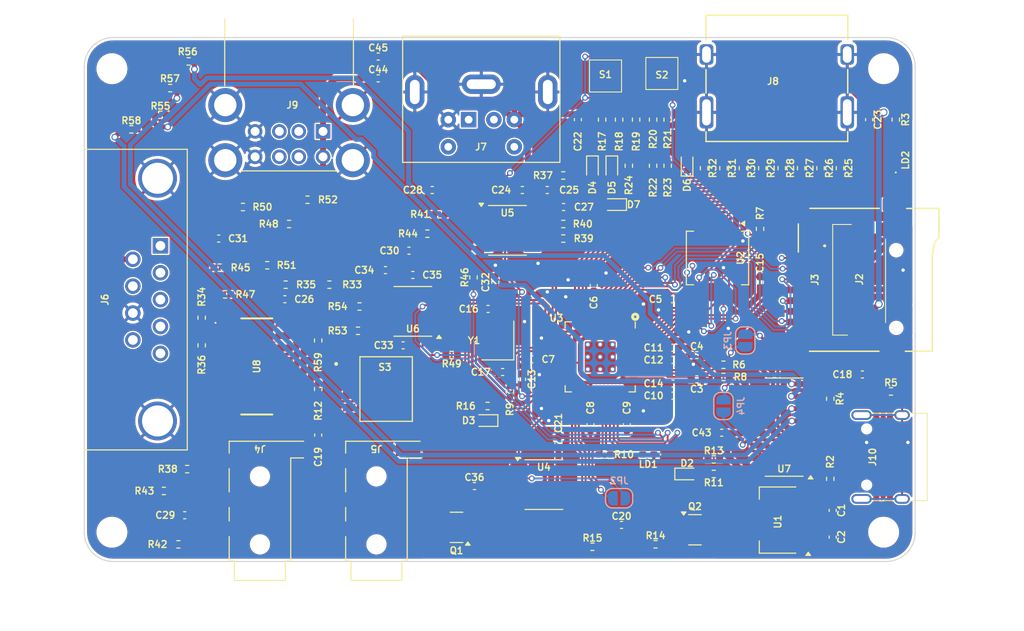
<source format=kicad_pcb>
(kicad_pcb (version 20241229) (generator "pcbnew") (generator_version "9.0")
  (title_block (title "MiniFRANK RM1E") (date "2025-04-15") (rev "${VERSION}") (company "Mikhail Matveev") (comment 1 "https://github.com/xtremespb/frank"))
  (layers (0 "F.Cu" signal) (2 "B.Cu" signal) (13 "F.Paste" user) (15 "B.Paste" user) (5 "F.SilkS" user "F.Silkscreen") (7 "B.SilkS" user "B.Silkscreen") (1 "F.Mask" user) (3 "B.Mask" user) (25 "Edge.Cuts" user))
  (property "VERSION" "2.06")
  (net 0 "")
  (net 1 "VBUS")
  (net 2 "GND")
  (net 3 "+3V3")
  (net 4 "Net-(U3-VREG_VOUT)")
  (net 5 "Net-(C16-Pad1)")
  (net 6 "/RP2040/XIN")
  (net 7 "Net-(C20-Pad1)")
  (net 8 "Net-(C20-Pad2)")
  (net 9 "Net-(C26-Pad2)")
  (net 10 "/AMP_IN_L")
  (net 11 "/Audio Out/AMP_OUTL")
  (net 12 "Net-(C27-Pad1)")
  (net 13 "Net-(C28-Pad2)")
  (net 14 "/AMP_IN_R")
  (net 15 "Net-(C29-Pad1)")
  (net 16 "/Audio Out/AMP_OUTR")
  (net 17 "Net-(U5A-+)")
  (net 18 "Net-(C31-Pad1)")
  (net 19 "Net-(C32-Pad1)")
  (net 20 "Net-(U6-FLT)")
  (net 21 "Net-(D2-A)")
  (net 22 "Net-(D2-K)")
  (net 23 "/GPIO16")
  (net 24 "/GPIO0")
  (net 25 "/GPIO1")
  (net 26 "/MS_DATA_3V")
  (net 27 "/MS_CLK_3V")
  (net 28 "/GPIO2")
  (net 29 "/GPIO3")
  (net 30 "/GPIO5")
  (net 31 "/SD Card/DET")
  (net 32 "/SD Card/DAT1")
  (net 33 "/SD Card/POL")
  (net 34 "/GPIO4")
  (net 35 "/SD Card/DAT2")
  (net 39 "Net-(J6-Pad2)")
  (net 40 "/GPIO15")
  (net 44 "/GPIO14")
  (net 45 "/KB_CLK")
  (net 46 "/KB_DATA")
  (net 47 "/PS2/MS_DATA")
  (net 48 "/PS2/MS_CLK")
  (net 50 "Net-(J8-CLKN)")
  (net 51 "Net-(J8-D2P)")
  (net 53 "Net-(J8-D1P)")
  (net 55 "Net-(J8-CLKP)")
  (net 56 "Net-(J8-D1N)")
  (net 58 "Net-(J8-D0P)")
  (net 59 "Net-(J8-D0N)")
  (net 60 "Net-(J8-D2N)")
  (net 62 "Net-(J9-D1+)")
  (net 63 "Net-(J9-D1-)")
  (net 64 "Net-(J9-D2+)")
  (net 65 "Net-(J9-D2-)")
  (net 66 "Net-(J10-SHIELD)")
  (net 67 "/USB_D3+")
  (net 69 "Net-(J10-CC2)")
  (net 70 "/USB_D3-")
  (net 72 "Net-(J10-CC1)")
  (net 73 "/GPIO21")
  (net 74 "Net-(JP2-A)")
  (net 75 "/D+")
  (net 76 "/D-")
  (net 77 "Net-(LD1-A)")
  (net 78 "Net-(LD2-A)")
  (net 79 "Net-(Q1-B)")
  (net 80 "/LOAD_IN")
  (net 81 "Net-(U3-USB_DP)")
  (net 82 "/RP2040/QSPI_SS")
  (net 83 "Net-(R7-Pad2)")
  (net 84 "Net-(U3-USB_DM)")
  (net 85 "/RP2040/XOUT")
  (net 86 "/RP2040/GPIO25")
  (net 87 "/GPIO6")
  (net 88 "/GPIO7")
  (net 89 "/GPIO8")
  (net 90 "/GPIO9")
  (net 91 "/GPIO10")
  (net 92 "/GPIO11")
  (net 93 "/GPIO12")
  (net 94 "/GPIO13")
  (net 95 "Net-(R33-Pad1)")
  (net 96 "Net-(R34-Pad1)")
  (net 97 "Net-(U5B--)")
  (net 98 "Net-(U5A--)")
  (net 99 "/GPIO28")
  (net 100 "/PWM_OUT_R")
  (net 101 "/PWM_OUT_L")
  (net 102 "/GPIO27")
  (net 103 "/GPIO26")
  (net 104 "/TDA_R")
  (net 105 "/TDA_L")
  (net 106 "/USB_D1+")
  (net 107 "/USB_D1-")
  (net 108 "/USB_D2+")
  (net 109 "/USB_D2-")
  (net 110 "/AUDIOSW")
  (net 111 "/RUN")
  (net 112 "/GPIO22")
  (net 113 "/RP2040/QSPI_SD0")
  (net 114 "/RP2040/QSPI_SD1")
  (net 115 "/RP2040/QSPI_SD2")
  (net 116 "/RP2040/QSPI_SCLK")
  (net 117 "/RP2040/QSPI_SD3")
  (net 118 "/GPIO19")
  (net 119 "/GPIO24")
  (net 120 "/SWD")
  (net 121 "/SWCLK")
  (net 122 "/GPIO23")
  (net 123 "/GPIO20")
  (net 124 "/GPIO18")
  (net 125 "/GPIO29")
  (net 126 "/GPIO17")
  (net 129 "/USB Hub/DP4")
  (net 131 "Net-(U7-VD3)")
  (net 132 "/USB Hub/DM4")
  (footprint "FRANK:Capacitor (0402)" (layer "F.Cu") (at 204.139175 95.0972 90)
    (property "Reference" "C6")
    (property "Value" "100n" (hide yes))
  )
  (footprint "FRANK:USB Type C" (layer "F.Cu") (at 238.5 112.75 90)
    (property "Reference" "J10")
    (property "Value" "USB4215-03-A")
  )
  (footprint "FRANK:SOIC-8" (layer "F.Cu") (at 216.885 92.25 -90)
    (property "Reference" "U2")
    (property "Value" "W25Q128JVSIQ")
  )
  (footprint "FRANK:Resistor (0402)" (layer "F.Cu") (at 201 83.75 180)
    (property "Reference" "R37")
    (property "Value" "10K" (hide yes))
  )
  (footprint "FRANK:Capacitor (0402)" (layer "F.Cu") (at 172.3175 96.5)
    (property "Reference" "C26")
    (property "Value" "10u" (hide yes))
  )
  (footprint "FRANK:Resistor (0402)" (layer "F.Cu") (at 206.75 78 -90)
    (property "Reference" "R18")
    (property "Value" "100R" (hide yes))
  )
  (footprint "FRANK:Capacitor (0402)" (layer "F.Cu") (at 181.9325 73.75)
    (property "Reference" "C44")
    (property "Value" "10u" (hide yes))
  )
  (footprint "FRANK:Resistor (0402)" (layer "F.Cu") (at 228.5 106.75 -90)
    (property "Reference" "R4")
    (property "Value" "5.1K" (hide yes))
  )
  (footprint "FRANK:LED (0402)" (layer "F.Cu") (at 209.75 112.5 180)
    (property "Reference" "LD1")
    (property "Value" "Blue" (hide yes))
  )
  (footprint "FRANK:Resistor (0402)" (layer "F.Cu") (at 201 90.25)
    (property "Reference" "R39")
    (property "Value" "10K" (hide yes))
  )
  (footprint "FRANK:Resistor (0402)" (layer "F.Cu") (at 215.5 83 -90)
    (property "Reference" "R32")
    (property "Value" "270R" (hide yes))
  )
  (footprint "FRANK:Resistor (0402)" (layer "F.Cu") (at 156.5 79)
    (property "Reference" "R58")
    (property "Value" "22R" (hide yes))
  )
  (footprint "FRANK:Capacitor (0402)" (layer "F.Cu") (at 201.03 87)
    (property "Reference" "C27")
    (property "Value" "10u" (hide yes))
  )
  (footprint "FRANK:Resistor (0402)" (layer "F.Cu") (at 227.5 83 -90)
    (property "Reference" "R26")
    (property "Value" "270R" (hide yes))
  )
  (footprint "FRANK:Resistor (0402)" (layer "F.Cu") (at 162.25 114)
    (property "Reference" "R38")
    (property "Value" "20K" (hide yes))
  )
  (footprint "FRANK:Resistor (0402)" (layer "F.Cu") (at 174.6525 86.25)
    (property "Reference" "R52")
    (property "Value" "2K" (hide yes))
  )
  (footprint "FRANK:Diode (SOD-523)" (layer "F.Cu") (at 206.25 86.75 180)
    (property "Reference" "D7")
    (property "Value" "3V3" (hide yes))
  )
  (footprint "FRANK:Capacitor (0402)" (layer "F.Cu") (at 194.75 104 180)
    (property "Reference" "C17")
    (property "Value" "15p" (hide yes))
  )
  (footprint "FRANK:Resistor (0402)" (layer "F.Cu") (at 179.8475 99.75 180)
    (property "Reference" "R53")
    (property "Value" "470R" (hide yes))
  )
  (footprint "FRANK:SO-8" (layer "F.Cu") (at 195.25 89.405)
    (property "Reference" "U5")
    (property "Value" "LM358")
  )
  (footprint "FRANK:SOT-223" (layer "F.Cu") (at 223.1 119.25 180)
    (property "Reference" "U1")
    (property "Value" "NCP1117 3.3")
  )
  (footprint "FRANK:Capacitor (0402)" (layer "F.Cu") (at 197.75 102.6875 180)
    (property "Reference" "C7")
    (property "Value" "100n" (hide yes))
  )
  (footprint "FRANK:Resistor (0402)" (layer "F.Cu") (at 163.75 98.4025 -90)
    (property "Reference" "R34")
    (property "Value" "2K" (hide yes))
  )
  (footprint "FRANK:Button (SMD, 3x3mm, 1-1)" (layer "F.Cu") (at 212.8 71.595 -90)
    (property "Reference" "S2")
    (property "Value" "Boot" (hide yes))
  )
  (footprint "FRANK:Resistor (0402)" (layer "F.Cu") (at 191.75 94.25 90)
    (property "Reference" "R46")
    (property "Value" "2K" (hide yes))
  )
  (footprint "FRANK:Resistor (0402)" (layer "F.Cu") (at 170.5 93)
    (property "Reference" "R51")
    (property "Value" "2K" (hide yes))
  )
  (footprint "FRANK:Resistor (0402)" (layer "F.Cu") (at 216.5 113)
    (property "Reference" "R13")
    (property "Value" "10K" (hide yes))
  )
  (footprint "FRANK:Capacitor (0402)" (layer "F.Cu") (at 228.75 121 -90)
    (property "Reference" "C2")
    (property "Value" "10u" (hide yes))
  )
  (footprint "FRANK:Resistor (0402)" (layer "F.Cu") (at 159.5 77.5)
    (property "Reference" "R55")
    (property "Value" "22R" (hide yes))
  )
  (footprint "FRANK:LED (0402)" (layer "F.Cu") (at 235.25 82.1775 90)
    (property "Reference" "LD2")
    (property "Value" "Green" (hide yes))
  )
  (footprint "FRANK:SOT-23" (layer "F.Cu") (at 190 120 180)
    (property "Reference" "Q1")
    (property "Value" "BC850")
  )
  (footprint "FRANK:Diode (SOD-523)" (layer "F.Cu") (at 213.75 114.5)
    (property "Reference" "D2")
    (property "Value" "1N4148" (hide yes))
  )
  (footprint "FRANK:Resistor (0402)" (layer "F.Cu") (at 204 122)
    (property "Reference" "R15")
    (property "Value" "100R" (hide yes))
  )
  (footprint "FRANK:Capacitor (0402)" (layer "F.Cu") (at 232.5 78 -90)
    (property "Reference" "C23")
    (property "Value" "100n" (hide yes))
  )
  (footprint "FRANK:USB Type A (stacked)" (layer "F.Cu") (at 176.25 79.21 -90)
    (property "Reference" "J9")
    (property "Value" "SS-52100-004")
  )
  (footprint "FRANK:Resistor (0402)" (layer "F.Cu") (at 217.5 83 -90)
    (property "Reference" "R31")
    (property "Value" "270R" (hide yes))
  )
  (footprint "FRANK:Capacitor (0402)" (layer "F.Cu") (at 212.3 105.1875)
    (property "Reference" "C14")
    (property "Value" "1u" (hide yes))
  )
  (footprint "FRANK:Capacitor (0402)" (layer "F.Cu") (at 199.3475 85.25 180)
    (property "Reference" "C25")
    (property "Value" "100n" (hide yes))
  )
  (footprint "FRANK:Resistor (0402)" (layer "F.Cu") (at 193.2 107.5 180)
    (property "Reference" "R16")
    (property "Value" "1K" (hide yes))
  )
  (footprint "FRANK:Resistor (0402)" (layer "F.Cu") (at 216.5 114.5 180)
    (property "Reference" "R11")
    (property "Value" "10K" (hide yes))
  )
  (footprint "FRANK:Resistor (0402)" (layer "F.Cu") (at 163.75 101.25 90)
    (property "Reference" "R36")
    (property "Value" "10K" (hide yes))
  )
  (footprint "FRANK:Resistor (0402)" (layer "F.Cu") (at 211.75 82.75 -90)
    (property "Reference" "R23")
    (property "Value" "100R" (hide yes))
  )
  (footprint "FRANK:MicroSD (SMD, long)" (layer "F.Cu") (at 224 94.5 -90)
    (property "Reference" "J3")
    (property "Value" "104031-0811")
  )
  (footprint "FRANK:Resistor (0402)" (layer "F.Cu") (at 175.75 100.75 -90)
    (property "Reference" "R59")
    (property "Value" "10K" (hide yes))
  )
  (footprint "FRANK:Capacitor (0402)" (layer "F.Cu") (at 185.5 94)
    (property "Reference" "C35")
    (property "Value" "100n" (hide yes))
  )
  (footprint "FRANK:Capacitor (0402)" (layer "F.Cu") (at 207 119.75)
    (property "Reference" "C20")
    (property "Value" "100n" (hide yes))
  )
  (footprint "FRANK:Capacitor (0402)" (layer "F.Cu") (at 194 94.75 -90)
    (property "Reference" "C32")
    (property "Value" "47n" (hide yes))
  )
  (footprint "FRANK:Resistor (0402)" (layer "F.Cu") (at 180 97.25)
    (property "Reference" "R54")
    (property "Value" "470R" (hide yes))
  )
  (footprint "FRANK:Crystal (3225)" (layer "F.Cu") (at 194.25 100.75 90)
    (property "Reference" "Y1")
    (property "Value" "12 MHz")
  )
  (footprint "FRANK:Resistor (0402)" (layer "F.Cu") (at 162.4025 72 180)
    (property "Reference" "R56")
    (property "Value" "22R" (hide yes))
  )
  (footprint "FRANK:Capacitor (0402)" (layer "F.Cu") (at 212.25 96.5)
    (property "Reference" "C5")
    (property "Value" "100n" (hide yes))
  )
  (footprint "FRANK:Mounting Hole (2.7mm)" (layer "F.Cu") (at 154.5 120.5)
    (property "Reference" "H3" (hide yes))
    (property "Value" "MountingHole")
  )
  (footprint "FRANK:SW_DS05-127-2-04BK-SMT-TR" (layer "F.Cu") (at 182.75 105.75)
    (property "Reference" "S3")
    (property "Value" "DS05-127-2-04BK-SMT-TR" (hide yes))
  )
  (footprint "FRANK:Capacitor (0402)" (layer "F.Cu") (at 182.6825 93.5 180)
    (property "Reference" "C34")
    (property "Value" "10u" (hide yes))
  )
  (footprint "FRANK:Jack (3.5mm, PJ-320D)" (layer "F.Cu") (at 169.75 117 90)
    (property "Reference" "J4")
    (property "Value" "PJ-320D" (hide yes))
  )
  (footprint "FRANK:Resistor (0402)" (layer "F.Cu") (at 228.5 115 90)
    (property "Reference" "R2")
    (property "Value" "5.1K" (hide yes))
  )
  (footprint "FRANK:Resistor (0402)" (layer "F.Cu") (at 176.9025 95)
    (property "Reference" "R33")
    (property "Value" "2K" (hide yes))
  )
  (footprint "FRANK:Capacitor (0402)" (layer "F.Cu") (at 221.25 94.75 90)
    (property "Reference" "C15")
    (property "Value" "100n" (hide yes))
  )
  (footprint "FRANK:Resistor (0402)" (layer "F.Cu") (at 207.75 82.75 -90)
    (property "Reference" "R24")
    (property "Value" "100R" (hide yes))
  )
  (footprint "FRANK:Capacitor (0402)" (layer "F.Cu") (at 184.5 101.25 180)
    (property "Reference" "C33")
    (property "Value" "10u" (hide yes))
  )
  (footprint "FRANK:Resistor (0402)" (layer "F.Cu") (at 205.25 112.5 180)
    (property "Reference" "R10")
    (property "Value" "1K" (hide yes))
  )
  (footprint "FRANK:Capacitor (0402)" (layer "F.Cu") (at 217.3175 110.25 180)
    (property "Reference" "C43")
    (property "Value" "4.7u" (hide yes))
  )
  (footprint "FRANK:Capacitor (0402)" (layer "F.Cu") (at 228.75 118.25 -90)
    (property "Reference" "C1")
    (property "Value" "10u" (hide yes))
  )
  (footprint "FRANK:Resistor (0402)" (layer "F.Cu") (at 211.75 78 90)
    (property "Reference" "R21")
    (property "Value" "1K" (hide yes))
  )
  (footprint "FRANK:Capacitor (0402)" (layer "F.Cu") (at 193.25 97.5)
    (property "Reference" "C16")
    (property "Value" "15p" (hide yes))
  )
  (footprint "FRANK:Capacitor (0402)" (layer "F.Cu") (at 181.9325 71.5)
    (property "Reference" "C45")
    (property "Value" "10u" (hide yes))
  )
  (footprint "FRANK:MicroSD (SMD, short)" (layer "F.Cu") (at 231.5 94.5 90)
    (property "Reference" "J2")
    (property "Value" "0475710001" (hide yes))
  )
  (footprint "FRANK:Resistor (0402)" (layer "F.Cu") (at 208.5 78 -90)
    (property "Reference" "R19")
    (property "Value" "100R" (hide yes))
  )
  (footprint "FRANK:SOP-16" (layer "F.Cu") (at 223.75 109.675 180)
    (property "Reference" "U7")
    (property "Value" "MW7211A")
  )
  (footprint "FRANK:Resistor (0402)" (layer "F.Cu") (at 160.5 74.75 180)
    (property "Reference" "R57")
    (property "Value" "22R" (hide yes))
  )
  (footprint "FRANK:HDMI (female)" (layer "F.Cu") (at 223 77.25 180)
    (property "Reference" "J8")
    (property "Value" "DC3RX19JA2")
  )
  (footprint "FRANK:Capacitor (0402)" (layer "F.Cu") (at 196.78 85.25)
    (property "Reference" "C24")
    (property "Value" "10u" (hide yes))
  )
  (footprint "FRANK:Capacitor (0402)" (layer "F.Cu") (at 175.75 110.5 -90)
    (property "Reference" "C19")
    (property "Value" "100n" (hide yes))
  )
  (footprint "FRANK:Resistor (0402)" (layer "F.Cu") (at 229.5 83 -90)
    (property "Reference" "R25")
    (property "Value" "270R" (hide yes))
  )
  (footprint "FRANK:Mounting Hole (2.7mm)" (layer "F.Cu") (at 234 120.5)
    (property "Reference" "H4" (hide yes))
    (property "Value" "MountingHole")
  )
  (footprint "FRANK:Capacitor (0402)" (layer "F.Cu") (at 212.3 106.4375)
    (property "Reference" "C10")
    (property "Value" "100n" (hide yes))
  )
  (footprint "FRANK:Capacitor (0402)" (layer "F.Cu") (at 165.5 90.25)
    (property "Reference" "C31")
    (property "Value" "47n" (hide yes))
  )
  (footprint "FRANK:Capacitor (0402)" (layer "F.Cu") (at 212.3 101.5)
    (property "Reference" "C11")
    (property "Value" "100n" (hide yes))
  )
  (footprint "FRANK:Resistor (0402)" (layer "F.Cu") (at 189.5 102.25 180)
    (property "Reference" "R49")
    (property "Value" "1K" (hide yes))
  )
  (footprint "FRANK:MiniDIN (6 Pin, female)" (layer "F.Cu") (at 191.25 78 180)
    (property "Reference" "J7")
    (property "Value" "MDC-036")
  )
  (footprint "FRANK:Diode (SOD-523)" (layer "F.Cu") (at 213.75 82.55 90)
    (property "Reference" "D6")
    (property "Value" "3V3" (hide yes))
  )
  (footprint "FRANK:Jack (3.5mm, PJ-320D)" (layer "F.Cu") (at 181.75 117 90)
    (property "Reference" "J5")
    (property "Value" "PJ-320D" (hide yes))
  )
  (footprint "FRANK:Diode (SOD-523)" (layer "F.Cu") (at 193 109 180)
    (property "Reference" "D3")
    (property "Value" "3V3" (hide yes))
  )
  (footprint "FRANK:Capacitor (0402)" (layer "F.Cu") (at 203.8 109.4375 -90)
    (property "Reference" "C8")
    (property "Value" "100n" (hide yes))
  )
  (footprint "FRANK:Resistor (0402)" (layer "F.Cu") (at 217.5 103.25 180)
    (property "Reference" "R6")
    (property "Value" "27R" (hide yes))
  )
  (footprint "FRANK:Resistor (0402)" (layer "F.Cu") (at 225.5 83 -90)
    (property "Reference" "R27")
    (property "Value" "270R" (hide yes))
  )
  (footprint "FRANK:Resistor (0402)" (layer "F.Cu") (at 166.1525 96)
    (property "Reference" "R47")
    (property "Value" "10K" (hide yes))
  )
  (footprint "FRANK:D-SUB (9 pin, male, top mount)" (layer "F.Cu") (at 159.5 91 -90)
    (property "Reference" "J6")
    (property "Value" "D-SUB 9 Male")
  )
  (footprint "FRANK:Capacitor (0402)" (layer "F.Cu") (at 187.5 85.25 180)
    (property "Reference" "C28")
    (property "Value" "10u" (hide yes))
  )
  (footprint "FRANK:Resistor (0402)" (layer "F.Cu") (at 195.5 106 -90)
    (property "Reference" "R9")
    (property "Value" "1K" (hide yes))
  )
  (footprint "FRANK:Capacitor (0402)" (layer "F.Cu") (at 185.0975 91.5)
    (property "Reference" "C30")
    (property "Value" "10u" (hide yes))
  )
  (footprint "FRANK:Diode (SOD-523)" (layer "F.Cu") (at 204 83 -90)
    (property "Reference" "D4")
    (property "Value" "3V3" (hide yes))
  )
  (footprint "FRANK:Resistor (0402)" (layer "F.Cu") (at 210.25 82.75 90)
    (property "Reference" "R22")
    (property "Value" "1K" (hide yes))
  )
  (footprint "FRANK:Capacitor (0402)" (layer "F.Cu") (at 200.5 111.25 90)
    (property "Reference" "C21")
    (property "Value" "100n" (hide yes))
  )
  (footprint "FRANK:Capacitor (0402)" (layer "F.Cu") (at 212.3 102.75)
    (property "Reference" "C12")
    (property "Value" "100n" (hide yes))
  )
  (footprint "FRANK:Resistor (0402)" (layer "F.Cu") (at 210.25 78 90)
    (property "Reference" "R20")
    (property "Value" "1K" (hide yes))
  )
  (footprint "FRANK:Resistor (0402)" (layer "F.Cu") (at 188.25 87.75 180)
    (property "Reference" "R41")
    (property "Value" "10K" (hide yes))
  )
  (footprint "FRANK:Resistor (0402)" (layer "F.Cu") (at 201 88.75)
    (property "Reference" "R40")
    (property "Value" "47K" (hide yes))
  )
  (footprint "FRANK:Capacitor (0402)" (layer "F.Cu") (at 191.8475 115.75)
    (property "Reference" "C36")
    (property "Value" "100n" (hide yes))
  )
  (footprint "FRANK:Resistor (0402)" (layer "F.Cu") (at 219.5 83 -90)
    (property "Reference" "R30")
    (property "Value" "270R" (hide yes))
  )
  (footprint "FRANK:SOT-23" (layer "F.Cu") (at 214.5625 120.25)
    (property "Reference" "Q2")
    (property "Value" "BC850")
  )
  (footprint "FRANK:Resistor (0402)" (layer "F.Cu") (at 168 87)
    (property "Reference" "R50")
    (property "Value" "1K" (hide yes))
  )
  (footprint "FRANK:Button (SMD, 3x3mm, 1-1)" (layer "F.Cu") (at 203.7 75.155 90)
    (property "Reference" "S1")
    (property "Value" "Reset" (hide yes))
  )
  (footprint "FRANK:Capacitor (0402)" (layer "F.Cu") (at 196.75 104.75 -90)
    (property "Reference" "C13")
    (property "Value" "1u" (hide yes))
  )
  (footprint "FRANK:Capacitor (0402)" (layer "F.Cu") (at 231.8175 104.25)
    (property "Reference" "C18")
    (property "Value" "100n" (hide yes))
  )
  (footprint "FRANK:Resistor (0402)" (layer "F.Cu") (at 210.5 121.75)
    (property "Reference" "R14")
    (property "Value" "10K" (hide yes))
  )
  (footprint "FRANK:Capacitor (0402)" (layer "F.Cu") (at 207.55 109.4375 -90)
    (property "Reference" "C9")
    (property "Value" "100n" (hide yes))
  )
  (footprint "FRANK:Resistor (0402)" (layer "F.Cu") (at 223.5 83 -90)
    (property "Reference" "R28")
    (property "Value" "270R" (hide yes))
  )
  (footprint "FRANK:Resistor (0402)" (layer "F.Cu") (at 187 89.75)
    (property "Reference" "R44")
    (property "Value" "10K" (hide yes))
  )
  (footprint "FRANK:Resistor (0402)" (layer "F.Cu") (at 159.8475 116.25)
    (property "Reference" "R43")
    (property "Value" "20K" (hide yes))
  )
  (footprint "FRANK:Resistor (0402)" (layer "F.Cu") (at 217.5 104.5 180)
    (property "Reference" "R8")
    (property "Value" "27R" (hide yes))
  )
  (footprint "FRANK:Resistor (0402)" (layer "F.Cu") (at 165.5975 93.25 180)
    (property "Reference" "R45")
    (property "Value" "2K" (hide yes))
  )
  (footprint "FRANK:Capacitor (0402)" (layer "F.Cu") (at 214.75 104.75)
    (property "Reference" "C3")
    (property "Value" "100n" (hide yes))
  )
  (footprint "FRANK:Resistor (0402)" (layer "F.Cu") (at 221.5 83 -90)
    (property "Reference" "R29")
    (property "Value" "270R" (hide yes))
  )
  (footprint "FRANK:Resistor (0402)" (layer "F.Cu") (at 172.4025 95)
    (property "Reference" "R35")
    (property "Value" "10K" (hide yes))
  )
  (footprint "FRANK:Resistor (0402)" (layer "F.Cu") (at 172.75 88.75 180)
    (property "Reference" "R48")
    (property "Value" "10K" (hide yes))
  )
  (footprint "FRANK:Resistor (0402)" (layer "F.Cu") (at 161.3475 121.75)
    (property "Reference" "R42")
    (property "Value" "47K" (hide yes))
  )
  (footprint "FRANK:Resistor (0402)" (layer "F.Cu") (at 234.75 106)
    (property "Reference" "R5")
    (property "Value" "1M" (hide yes))
  )
  (footprint "FRANK:Resistor (0402)" (layer "F.Cu") (at 205 78 90)
    (property "Reference" "R17")
    (property "Value" "1K" (hide yes))
  )
  (footprint "FRANK:Capacitor (0402)" (layer "F.Cu") (at 162 118.75)
    (property "Reference" "C29")
    (property "Value" "10u" (hide yes))
  )
  (footprint "FRANK:Resistor (0402)" (layer "F.Cu") (at 235.25 78 90)
    (property "Reference" "R3")
    (property "Value" "1K" (hide yes))
  )
  (footprint "FRANK:Diode (SOD-523)" (layer "F.Cu") (at 206 83 -90)
    (property "Reference" "D5")
    (property "Value" "3V3" (hide yes))
  )
  (footprint "FRANK:74HC4052D653" (layer "F.Cu") (at 169.425 103.425 -90)
    (property "Reference" "U8")
    (property "Value" "74HC4052D,653" (hide yes))
  )
  (footprint "FRANK:QFN 56" (layer "F.Cu") (at 204.8 102.4375 -90)
    (property "Reference" "U3")
    (property "Value" "RP2040")
  )
  (footprint "FRANK:Resistor (0402)" (layer "F.Cu") (at 175.75 105.75 90)
    (property "Reference" "R12")
    (property "Value" "1K" (hide yes))
  )
  (footprint "FRANK:Capacitor (0402)" (layer "F.Cu") (at 214.75 102.25)
    (property "Reference" "C4")
    (property "Value" "100n" (hide yes))
  )
  (footprint "FRANK:SO-8" (layer "F.Cu") (at 185.5 97.75 180)
    (property "Reference" "U6")
    (property "Value" "TDA1387T")
  )
  (footprint "FRANK:Mounting Hole (2.7mm)" (layer "F.Cu") (at 154.5 72.75)
    (property "Reference" "H1" (hide yes))
    (property "Value" "MountingHole")
  )
  (footprint "FRANK:Capacitor (0402)" (layer "F.Cu") (at 202.5 78 -90)
    (property "Reference" "C22")
    (property "Value" "100n" (hide yes))
  )
  (footprint "FRANK:Mounting Hole (2.7mm)" (layer "F.Cu") (at 234 72.75)
    (property "Reference" "H2" (hide yes))
    (property "Value" "MountingHole")
  )
  (footprint "FRANK:Resistor (0402)" (layer "F.Cu") (at 221.27 89.25 -90)
    (property "Reference" "R7")
    (property "Value" "1K" (hide yes))
  )
  (footprint "FRANK:SO-8" (layer "F.Cu") (at 199 115.595)
    (property "Reference" "U4")
    (property "Value" "ESP-PSRAM32")
  )
  (footprint "FRANK:Jumper (solder)" (layer "B.Cu") (at 206.75 117 180)
    (property "Reference" "JP2")
    (property "Value" "Jumper (Solder)")
  )
  (footprint "FRANK:Jumper (solder)" (layer "B.Cu") (at 217.5 107.5 90)
    (property "Reference" "JP4")
    (property "Value" "Jumper (Solder)")
  )
  (footprint "FRANK:Jumper (solder)" (layer "B.Cu") (at 219.75 100.75 -90)
    (property "Reference" "JP3")
    (property "Value" "Jumper (Solder)")
  )
  (gr_arc (start 151.65 72.54) (mid 152.52868 70.41868) (end 154.65 69.54) (stroke (width 0.1)) (layer "Edge.Cuts"))
  (gr_arc (start 237.25 120.52) (mid 236.37132 122.64132) (end 234.25 123.52) (stroke (width 0.1)) (layer "Edge.Cuts"))
  (gr_arc (start 154.65 123.52) (mid 152.52868 122.64132) (end 151.65 120.52) (stroke (width 0.1)) (layer "Edge.Cuts"))
  (gr_line (start 151.65 120.52) (end 151.65 72.54) (stroke (width 0.1)) (layer "Edge.Cuts"))
  (gr_arc (start 234.25 69.54) (mid 236.37132 70.41868) (end 237.25 72.54) (stroke (width 0.1)) (layer "Edge.Cuts"))
  (gr_line (start 154.65 69.54) (end 234.25 69.54) (stroke (width 0.1)) (layer "Edge.Cuts"))
  (gr_line (start 154.65 123.52) (end 234.25 123.52) (stroke (width 0.1)) (layer "Edge.Cuts"))
  (gr_line (start 237.25 120.52) (end 237.25 72.54) (stroke (width 0.1)) (layer "Edge.Cuts"))
  (segment (start 229.271 116.479) (end 229.271 115.729) (width 0.6) (layer "F.Cu") (net 1))
  (segment (start 234 77.25) (end 232.6825 77.25) (width 0.6) (layer "F.Cu") (net 1))
  (segment (start 194.699 76.749) (end 190.101024 76.749) (width 0.6) (layer "F.Cu") (net 1))
  (segment (start 212.4025 78.5975) (end 211.75 78.5975) (width 0.6) (layer "F.Cu") (net 1))
  (segment (start 232.663917 118.021) (end 233.25 117.434917) (width 0.6) (layer "F.Cu") (net 1))
  (segment (start 211.75 78.5975) (end 210.25 78.5975) (width 0.6) (layer "F.Cu") (net 1))
  (segment (start 230.805 115.2) (end 229.653 115.2) (width 0.6) (layer "F.Cu") (net 1))
  (segment (start 209.479 82.896499) (end 209.930001 83.3475) (width 0.6) (layer "F.Cu") (net 1))
  (segment (start 183.25 93.5) (end 184.4325 93.5) (width 0.6) (layer "F.Cu") (net 1))
  (segment (start 195.95 78) (end 197.3475 79.3975) (width 0.6) (layer "F.Cu") (net 1))
  (segment (start 226.25 116.95) (end 222.2259 116.95) (width 0.6) (layer "F.Cu") (net 1))
  (segment (start 228.0175 116.95) (end 228.40875 117.34125) (width 0.6) (layer "F.Cu") (net 1))
  (segment (start 214.5 74.5) (end 213.25 75.75) (width 0.6) (layer "F.Cu") (net 1))
  (segment (start 209.479 79.3685) (end 209.479 82.896499) (width 0.6) (layer "F.Cu") (net 1))
  (segment (start 229.629 110.276) (end 229.653 110.3) (width 0.6) (layer "F.Cu") (net 1))
  (segment (start 210.25 78.5975) (end 209.930001 78.5975) (width 0.6) (layer "F.Cu") (net 1))
  (segment (start 153.25 76.75) (end 153.25 90) (width 0.6) (layer "F.Cu") (net 1))
  (segment (start 176.25 81.83) (end 176.25 86.406192) (width 0.6) (layer "F.Cu") (net 1))
  (segment (start 205.031018 78.5975) (end 205 78.5975) (width 0.6) (layer "F.Cu") (net 1))
  (segment (start 229.8 115.2) (end 230.805 115.2) (width 0.6) (layer "F.Cu") (net 1))
  (segment (start 213.25 75.75) (end 213.25 77.75) (width 0.6) (layer "F.Cu") (net 1))
  (segment (start 232.161 98.339) (end 233.5 97) (width 0.6) (layer "F.Cu") (net 1))
  (segment (start 195.95 74.05) (end 195.95 78) (width 0.6) (layer "F.Cu") (net 1))
  (segment (start 228.40875 117.34125) (end 228.75 117.6825) (width 0.6) (layer "F.Cu") (net 1))
  (segment (start 226.25 116.95) (end 228.0175 116.95) (width 0.6) (layer "F.Cu") (net 1))
  (segment (start 183.852024 70.5) (end 182 70.5) (width 0.6) (layer "F.Cu") (net 1))
  (segment (start 210.25 78.5975) (end 209.479 79.3685) (width 0.6) (layer "F.Cu") (net 1))
  (segment (start 229.271 115.729) (end 229.8 115.2) (width 0.6) (layer "F.Cu") (net 1))
  (segment (start 184.4325 93.5) (end 184.9325 94) (width 0.6) (layer "F.Cu") (net 1))
  (segment (start 197.3475 87.0225) (end 197.825 87.5) (width 0.6) (layer "F.Cu") (net 1))
  (segment (start 184.405 95.845) (end 184.9325 95.3175) (width 0.6) (layer "F.Cu") (net 1))
  (segment (start 230.059 102.853) (end 232.161 100.751) (width 0.6) (layer "F.Cu") (net 1))
  (segment (start 199.706 70.294) (end 195.95 74.05) (width 0.6) (layer "F.Cu") (net 1))
  (segment (start 229.629 115.224) (end 229.629 116.873917) (width 0.6) (layer "F.Cu") (net 1))
  (segment (start 217.945 110.31) (end 217.885 110.25) (width 0.6) (layer "F.Cu") (net 1))
  (segment (start 197.3475 85.25) (end 197.3475 87.0225) (width 0.6) (layer "F.Cu") (net 1))
  (segment (start 176.25 75) (end 176.25 81.83) (width 0.6) (layer "F.Cu") (net 1))
  (segment (start 230.059 106.761917) (end 230.059 102.853) (width 0.6) (layer "F.Cu") (net 1))
  (segment (start 176.25 86.406192) (end 183.25 93.406192) (width 0.6) (layer "F.Cu") (net 1))
  (segment (start 228.25 74.5) (end 214.5 74.5) (width 0.6) (layer "F.Cu") (net 1))
  (segment (start 213.544 72.544) (end 213.544 70.294) (width 0.6) (layer "F.Cu") (net 1))
  (segment (start 209.479 77.155482) (end 208.917518 76.594) (width 0.6) (layer "F.Cu") (net 1))
  (segment (start 205.771 77.857518) (end 205.031018 78.5975) (width 0.6) (layer "F.Cu") (net 1))
  (segment (start 205.771 76.979) (end 205.771 77.857518) (width 0.6) (layer "F.Cu") (net 1))
  (segment (start 209.930001 78.5975) (end 209.479 78.146499) (width 0.6) (layer "F.Cu") (net 1))
  (segment (start 214.5 74.5) (end 214.5 73.5) (width 0.6) (layer "F.Cu") (net 1))
  (segment (start 227 75.75) (end 228.25 74.5) (width 0.3) (layer "F.Cu") (net 1))
  (segment (start 214.5 73.5) (end 213.544 72.544) (width 0.6) (layer "F.Cu") (net 1))
  (segment (start 195.95 78) (end 194.699 76.749) (width 0.6) (layer "F.Cu") (net 1))
  (segment (start 155.635 92.385) (end 156.66 92.385) (width 0.6) (layer "F.Cu") (net 1))
  (segment (start 228.40875 117.34125) (end 229.271 116.479) (width 0.6) (layer "F.Cu") (net 1))
  (segment (start 206.156 76.594) (end 205.771 76.979) (width 0.6) (layer "F.Cu") (net 1))
  (segment (start 181.365 71.5) (end 180.615 70.75) (width 0.6) (layer "F.Cu") (net 1))
  (segment (start 181.365 71.135) (end 181.365 73.75) (width 0.6) (layer "F.Cu") (net 1))
  (segment (start 227 78.01) (end 227 75.75) (width 0.3) (layer "F.Cu") (net 1))
  (segment (start 232.663917 107.479) (end 230.776083 107.479) (width 0.6) (layer "F.Cu") (net 1))
  (segment (start 230.776083 118.021) (end 232.663917 118.021) (width 0.6) (layer "F.Cu") (net 1))
  (segment (start 197.3475 79.3975) (end 197.3475 85.25) (width 0.6) (layer "F.Cu") (net 1))
  (segment (start 209.479 78.146499) (end 209.479 77.155482) (width 0.6) (layer "F.Cu") (net 1))
  (segment (start 200.4025 83.75) (end 200.045001 83.75) (width 0.6) (layer "F.Cu") (net 1))
  (segment (start 233.25 108.065083) (end 232.663917 107.479) (width 0.6) (layer "F.Cu") (net 1))
  (segment (start 230.776083 107.479) (end 229.629 108.626083) (width 0.6) (layer "F.Cu") (net 1))
  (segment (start 153.25 90) (end 155.635 92.385) (width 0.6) (layer "F.Cu") (net 1))
  (segment (start 229.653 115.2) (end 229.629 115.224) (width 0.6) (layer "F.Cu") (net 1))
  (segment (start 232.5 77.4325) (end 232.5 76.717214) (width 0.6) (layer "F.Cu") (net 1))
  (segment (start 190.101024 76.749) (end 183.852024 70.5) (width 0.6) (layer "F.Cu") (net 1))
  (segment (start 182.925 95.845) (end 184.405 95.845) (width 0.6) (layer "F.Cu") (net 1))
  (segment (start 182 70.5) (end 181.365 71.135) (width 0.6) (layer "F.Cu") (net 1))
  (segment (start 233.25 117.434917) (end 233.25 108.065083) (width 0.6) (layer "F.Cu") (net 1))
  (segment (start 200.045001 83.75) (end 198.78 85.015001) (width 0.6) (layer "F.Cu") (net 1))
  (segment (start 232.6825 77.25) (end 232.5 77.4325) (width 0.6) (layer "F.Cu") (net 1))
  (segment (start 181.365 73.75) (end 177.5 73.75) (width 0.6) (layer "F.Cu") (net 1))
  (segment (start 230.776083 107.479) (end 230.059 106.761917) (width 0.6) (layer "F.Cu") (net 1))
  (segment (start 229.629 116.873917) (end 230.776083 118.021) (width 0.6) (layer "F.Cu") (net 1))
  (segment (start 217.885 112.6091) (end 217.885 110.25) (width 0.6) (layer "F.Cu") (net 1))
  (segment (start 232.161 100.751) (end 232.161 98.339) (width 0.6) (layer "F.Cu") (net 1))
  (segment (start 208.917518 76.594) (end 206.156 76.594) (width 0.6) (layer "F.Cu") (net 1))
  (segment (start 195.95 78) (end 196.5175 77.4325) (width 0.6) (layer "F.Cu") (net 1))
  (segment (start 196.5175 77.4325) (end 202.5 77.4325) (width 0.6) (layer "F.Cu") (net 1))
  (segment (start 230.282786 74.5) (end 228.25 74.5) (width 0.6) (layer "F.Cu") (net 1))
  (segment (start 232.5 76.717214) (end 230.282786 74.5) (width 0.6) (layer "F.Cu") (net 1))
  (segment (start 229.653 110.3) (end 230.805 110.3) (width 0.6) (layer "F.Cu") (net 1))
  (segment (start 184.9325 95.3175) (end 184.9325 94) (width 0.6) (layer "F.Cu") (net 1))
  (segment (start 213.544 70.294) (end 199.706 70.294) (width 0.6) (layer "F.Cu") (net 1))
  (segment (start 197.3475 85.25) (end 198.78 85.25) (width 0.6) (layer "F.Cu") (net 1))
  (segment (start 198.78 85.015001) (end 198.78 85.25) (width 0.6) (layer "F.Cu") (net 1))
  (segment (start 222.2259 116.95) (end 217.885 112.6091) (width 0.6) (layer "F.Cu") (net 1))
  (segment (start 177.5 73.75) (end 176.25 75) (width 0.6) (layer "F.Cu") (net 1))
  (segment (start 159.25 70.75) (end 153.25 76.75) (width 0.6) (layer "F.Cu") (net 1))
  (segment (start 209.930001 83.3475) (end 210.25 83.3475) (width 0.6) (layer "F.Cu") (net 1))
  (segment (start 213.25 77.75) (end 212.4025 78.5975) (width 0.6) (layer "F.Cu") (net 1))
  (segment (start 183.25 93.406192) (end 183.25 93.5) (width 0.6) (layer "F.Cu") (net 1))
  (segment (start 180.615 70.75) (end 159.25 70.75) (width 0.6) (layer "F.Cu") (net 1))
  (segment (start 221.25 110.31) (end 217.945 110.31) (width 0.6) (layer "F.Cu") (net 1))
  (segment (start 229.629 108.626083) (end 229.629 110.276) (width 0.6) (layer "F.Cu") (net 1))
  (via (at 233.5 97) (size 0.8) (drill 0.55) (layers "F.Cu" "B.Cu") (net 1))
  (via (at 234 77.25) (size 0.8) (drill 0.55) (layers "F.Cu" "B.Cu") (net 1))
  (segment (start 233.5 97) (end 233.5 77.75) (width 0.6) (layer "B.Cu") (net 1))
  (segment (start 233.5 77.75) (end 234 77.25) (width 0.6) (layer "B.Cu") (net 1))
  (via (at 205.4 93.8) (size 0.6) (drill 0.35) (layers "F.Cu" "B.Cu") (net 2))
  (via (at 197 98.8) (size 0.6) (drill 0.35) (layers "F.Cu" "B.Cu") (net 2))
  (via (at 218 99.5) (size 0.6) (drill 0.35) (layers "F.Cu" "B.Cu") (net 2))
  (via (at 213.926868 99.867716) (size 0.6) (drill 0.35) (layers "F.Cu" "B.Cu") (net 2))
  (via (at 201.5 94.5) (size 0.6) (drill 0.35) (layers "F.Cu" "B.Cu") (net 2))
  (via (at 198.4 92.8) (size 0.6) (drill 0.35) (layers "F.Cu" "B.Cu") (net 2))
  (via (at 214.4 103.2) (size 0.6) (drill 0.35) (layers "F.Cu" "B.Cu") (net 2))
  (via (at 194 93) (size 0.6) (drill 0.35) (layers "F.Cu" "B.Cu") (net 2))
  (via (at 219.5 90.5) (size 0.6) (drill 0.35) (layers "F.Cu" "B.Cu") (net 2))
  (via (at 236.5 111.25) (size 0.6) (drill 0.35) (layers "F.Cu" "B.Cu") (net 2))
  (via (at 213.5 74) (size 0.6) (drill 0.35) (layers "F.Cu" "B.Cu") (net 2))
  (via (at 232.25 111.25) (size 0.6) (drill 0.35) (layers "F.Cu" "B.Cu") (net 2))
  (via (at 236 93.5) (size 0.6) (drill 0.35) (layers "F.Cu" "B.Cu") (net 2))
  (via (at 217.5 93.25) (size 0.6) (drill 0.35) (layers "F.Cu" "B.Cu") (net 2))
  (segment (start 175.656192 109.9325) (end 175.75 109.9325) (width 0.6) (layer "F.Cu") (net 3))
  (segment (start 174.25 102.75) (end 183.5 102.75) (width 0.6) (layer "F.Cu") (net 3))
  (segment (start 174.989 110.599692) (end 175.656192 109.9325) (width 0.6) (layer "F.Cu") (net 3))
  (segment (start 228.75 120.4325) (end 231.3175 120.4325) (width 0.6) (layer "F.Cu") (net 3))
  (segment (start 221.25 96) (end 221.25 95.3175) (width 0.6) (layer "F.Cu") (net 3))
  (segment (start 234.649 107.722518) (end 232.385 105.458518) (width 0.6) (layer "F.Cu") (net 3))
  (segment (start 174.25 105) (end 174.25 102.75) (width 0.6) (layer "F.Cu") (net 3))
  (segment (start 236.551 78.383501) (end 235.569999 77.4025) (width 0.6) (layer "F.Cu") (net 3))
  (segment (start 231.3175 120.4325) (end 234.649 117.101) (width 0.6) (layer "F.Cu") (net 3))
  (segment (start 174.25 99.455) (end 173.725 98.93) (width 0.6) (layer "F.Cu") (net 3))
  (segment (start 232.385 95.475) (end 234.725 95.475) (width 0.6) (layer "F.Cu") (net 3))
  (segment (start 223.4 95.55) (end 218.211 100.739) (width 0.6) (layer "F.Cu") (net 3))
  (segment (start 192.415 115.75) (end 193 115.75) (width 0.6) (layer "F.Cu") (net 3))
  (segment (start 223.1675 95.3175) (end 221.25 95.3175) (width 0.6) (layer "F.Cu") (net 3))
  (segment (start 236.551 88.651) (end 236.551 78.383501) (width 0.6) (layer "F.Cu") (net 3))
  (segment (start 235.569999 77.4025) (end 235.25 77.4025) (width 0.6) (layer "F.Cu") (net 3))
  (segment (start 234.649 108.823917) (end 234.649 107.722518) (width 0.6) (layer "F.Cu") (net 3))
  (segment (start 234.649 116.676083) (end 235.349 115.976083) (width 0.6) (layer "F.Cu") (net 3))
  (segment (start 193 115.75) (end 194 116.75) (width 0.6) (layer "F.Cu") (net 3))
  (segment (start 219.95 119.25) (end 226.25 119.25) (width 0.6) (layer "F.Cu") (net 3))
  (segment (start 236.649 97.399) (end 236.649 99.986) (width 0.6) (layer "F.Cu") (net 3))
  (segment (start 223.4 95.55) (end 223.1675 95.3175) (width 0.6) (layer "F.Cu") (net 3))
  (segment (start 231.16 94.25) (end 232.385 95.475) (width 0.6) (layer "F.Cu") (net 3))
  (segment (start 233.349 103.286) (end 232.385 104.25) (width 0.6) (layer "F.Cu") (net 3))
  (segment (start 218.79 95.75) (end 218.79 96.79) (width 0.6) (layer "F.Cu") (net 3))
  (segment (start 235.436 101.199) (end 233.349 101.199) (width 0.6) (layer "F.Cu") (net 3))
  (segment (start 219.95 117.3525) (end 217.0975 114.5) (width 0.6) (layer "F.Cu") (net 3))
  (segment (start 226.25 119.25) (end 227.5675 119.25) (width 0.6) (layer "F.Cu") (net 3))
  (segment (start 230.06 94.25) (end 231.16 94.25) (width 0.6) (layer "F.Cu") (net 3))
  (segment (start 194 116.75) (end 194 122.771) (width 0.6) (layer "F.Cu") (net 3))
  (segment (start 184.595 103.845) (end 186.56 103.845) (width 0.6) (layer "F.Cu") (net 3))
  (segment (start 178.697 116.099) (end 174.989 112.391) (width 0.6) (layer "F.Cu") (net 3))
  (segment (start 173.725 98.93) (end 172.25 98.93) (width 0.6) (layer "F.Cu") (net 3))
  (segment (start 219.25 97.25) (end 220 97.25) (width 0.6) (layer "F.Cu") (net 3))
  (segment (start 227.5675 119.25) (end 228.75 120.4325) (width 0.6) (layer "F.Cu") (net 3))
  (segment (start 175.75 106.3475) (end 175.5975 106.3475) (width 0.6) (layer "F.Cu") (net 3))
  (segment (start 183.5 102.75) (end 184.595 103.845) (width 0.6) (layer "F.Cu") (net 3))
  (segment (start 232.385 92.817) (end 236.551 88.651) (width 0.6) (layer "F.Cu") (net 3))
  (segment (start 174.989 112.391) (end 174.989 110.599692) (width 0.6) (layer "F.Cu") (net 3))
  (segment (start 200.700001 113.69) (end 201.575 113.69) (width 0.6) (layer "F.Cu") (net 3))
  (segment (start 227.7 95.55) (end 229 94.25) (width 0.6) (layer "F.Cu") (net 3))
  (segment (start 235.349 115.976083) (end 235.349 109.523917) (width 0.6) (layer "F.Cu") (net 3))
  (segment (start 194 122.771) (end 186.873 122.771) (width 0.6) (layer "F.Cu") (net 3))
  (segment (start 212.399692 100.739) (end 211.7325 101.406192) (width 0.6) (layer "F.Cu") (net 3))
  (segment (start 232.385 95.475) (end 232.385 92.817) (width 0.6) (layer "F.Cu") (net 3))
  (segment (start 232.385 105.458518) (end 232.385 104.25) (width 0.6) (layer "F.Cu") (net 3))
  (segment (start 218.211 100.739) (end 212.399692 100.739) (width 0.6) (layer "F.Cu") (net 3))
  (segment (start 211.7325 101.406192) (end 211.7325 101.5) (width 0.6) (layer "F.Cu") (net 3))
  (segment (start 174.25 102.75) (end 174.25 99.455) (width 0.6) (layer "F.Cu") (net 3))
  (segment (start 236.649 99.986) (end 235.436 101.199) (width 0.6) (layer "F.Cu") (net 3))
  (segment (start 224.8 95.55) (end 223.4 95.55) (width 0.6) (layer "F.Cu") (net 3))
  (segment (start 200.5 111.8175) (end 200.5 113.489999) (width 0.6) (layer "F.Cu") (net 3))
  (segment (start 234.649 117.101) (end 234.649 116.676083) (width 0.6) (layer "F.Cu") (net 3))
  (segment (start 220 97.25) (end 221.25 96) (width 0.6) (layer "F.Cu") (net 3))
  (segment (start 199.75 114.640001) (end 200.700001 113.69) (width 0.6) (layer "F.Cu") (net 3))
  (segment (start 234.725 95.475) (end 236.649 97.399) (width 0.6) (layer "F.Cu") (net 3))
  (segment (start 199.75 122.771) (end 194 122.771) (width 0.6) (layer "F.Cu") (net 3))
  (segment (start 219.95 119.25) (end 219.95 117.3525) (width 0.6) (layer "F.Cu") (net 3))
  (segment (start 216.429 122.771) (end 199.75 122.771) (width 0.6) (layer "F.Cu") (net 3))
  (segment (start 224.8 95.55) (end 227.7 95.55) (width 0.6) (layer "F.Cu") (net 3))
  (segment (start 175.75 109.9325) (end 175.75 106.3475) (width 0.6) (layer "F.Cu") (net 3))
  (segment (start 235.349 109.523917) (end 234.649 108.823917) (width 0.6) (layer "F.Cu") (net 3))
  (segment (start 229 94.25) (end 230.06 94.25) (width 0.6) (layer "F.Cu") (net 3))
  (segment (start 233.349 101.199) (end 233.349 103.286) (width 0.6) (layer "F.Cu") (net 3))
  (segment (start 186.873 122.771) (end 180.201 116.099) (width 0.6) (layer "F.Cu") (net 3))
  (segment (start 180.201 116.099) (end 178.697 116.099) (width 0.6) (layer "F.Cu") (net 3))
  (segment (start 175.5975 106.3475) (end 174.25 105) (width 0.6) (layer "F.Cu") (net 3))
  (segment (start 199.75 122.771) (end 199.75 114.640001) (width 0.6) (layer "F.Cu") (net 3))
  (segment (start 200.5 113.489999) (end 200.700001 113.69) (width 0.6) (layer "F.Cu") (net 3))
  (segment (start 219.95 119.25) (end 216.429 122.771) (width 0.6) (layer "F.Cu") (net 3))
  (segment (start 218.79 96.79) (end 219.25 97.25) (width 0.6) (layer "F.Cu") (net 3))
  (via (at 209.25 108) (size 0.6) (drill 0.35) (layers "F.Cu" "B.Cu") (net 3))
  (via (at 198.75 107.75) (size 0.6) (drill 0.35) (layers "F.Cu" "B.Cu") (net 3))
  (via (at 198.75 100.5) (size 0.6) (drill 0.35) (layers "F.Cu" "B.Cu") (net 3))
  (via (at 199.349 95.741922) (size 0.6) (drill 0.35) (layers "F.Cu" "B.Cu") (net 3))
  (via (at 198.531626 104.266737) (size 0.6) (drill 0.35) (layers "F.Cu" "B.Cu") (net 3))
  (via (at 201.25 96.25) (size 0.6) (drill 0.35) (layers "F.Cu" "B.Cu") (net 3))
  (via (at 209.25 97) (size 0.6) (drill 0.35) (layers "F.Cu" "B.Cu") (net 3))
  (via (at 210.8 97.6) (size 0.6) (drill 0.35) (layers "F.Cu" "B.Cu") (net 3))
  (via (at 199.5 109) (size 0.6) (drill 0.35) (layers "F.Cu" "B.Cu") (net 3))
  (segment (start 208.2375 102.2375) (end 210.9875 102.2375) (width 0.2) (layer "F.Cu") (net 4))
  (segment (start 208.2375 104.2375) (end 207.4875 104.2375) (width 0.2) (layer "F.Cu") (net 4))
  (segment (start 211.061 102.189) (end 214.1215 102.189) (width 0.2) (layer "F.Cu") (net 4))
  (segment (start 211 102.25) (end 211.061 102.189) (width 0.2) (layer "F.Cu") (net 4))
  (segment (start 211.4875 104.2375) (end 211.75 104.5) (width 0.2) (layer "F.Cu") (net 4))
  (segment (start 213.9325 104.5) (end 214.1825 104.75) (width 0.2) (layer "F.Cu") (net 4))
  (segment (start 201.3625 103.0375) (end 200.4625 103.0375) (width 0.2) (layer "F.Cu") (net 4))
  (segment (start 197.818466 104.1825) (end 196.75 104.1825) (width 0.2) (layer "F.Cu") (net 4))
  (segment (start 208.2375 104.2375) (end 211.4875 104.2375) (width 0.2) (layer "F.Cu") (net 4))
  (segment (start 200.25 103.25) (end 198.750966 103.25) (width 0.2) (layer "F.Cu") (net 4))
  (segment (start 214.1215 102.189) (end 214.1825 102.25) (width 0.2) (layer "F.Cu") (net 4))
  (segment (start 201.3625 103.0375) (end 202.7125 103.0375) (width 0.2) (layer "F.Cu") (net 4))
  (segment (start 200.4625 103.0375) (end 200.25 103.25) (width 0.2) (layer "F.Cu") (net 4))
  (segment (start 208.2375 102.2375) (end 206.7625 102.2375) (width 0.2) (layer "F.Cu") (net 4))
  (segment (start 210.9875 102.2375) (end 211 102.25) (width 0.2) (layer "F.Cu") (net 4))
  (segment (start 207.4875 104.2375) (end 206.75 103.5) (width 0.2) (layer "F.Cu") (net 4))
  (segment (start 198.750966 103.25) (end 197.818466 104.1825) (width 0.2) (layer "F.Cu") (net 4))
  (segment (start 211.75 104.5) (end 213.9325 104.5) (width 0.2) (layer "F.Cu") (net 4))
  (segment (start 195.5 106.5975) (end 192 103.0975) (width 0.2) (layer "F.Cu") (net 5))
  (segment (start 192.6825 98.9325) (end 193.4 99.65) (width 0.2) (layer "F.Cu") (net 5))
  (segment (start 192 103.0975) (end 192 101.05) (width 0.2) (layer "F.Cu") (net 5))
  (segment (start 192.6825 97.5) (end 192.6825 98.9325) (width 0.2) (layer "F.Cu") (net 5))
  (segment (start 192 101.05) (end 193.4 99.65) (width 0.2) (layer "F.Cu") (net 5))
  (segment (start 195.45 101.5) (end 195.1 101.85) (width 0.2) (layer "F.Cu") (net 6))
  (segment (start 201.3625 101.8375) (end 199.8375 101.8375) (width 0.2) (layer "F.Cu") (net 6))
  (segment (start 199.8375 101.8375) (end 199.5 101.5) (width 0.2) (layer "F.Cu") (net 6))
  (segment (start 199.5 101.5) (end 195.45 101.5) (width 0.2) (layer "F.Cu") (net 6))
  (segment (start 195.3175 104) (end 195.3175 102.0675) (width 0.2) (layer "F.Cu") (net 6))
  (segment (start 195.3175 102.0675) (end 195.1 101.85) (width 0.2) (layer "F.Cu") (net 6))
  (segment (start 196 107.75) (end 195.75 107.5) (width 0.2) (layer "F.Cu") (net 23))
  (segment (start 197 107.75) (end 196 107.75) (width 0.2) (layer "F.Cu") (net 23))
  (segment (start 201.3625 104.6375) (end 200.1125 104.6375) (width 0.2) (layer "F.Cu") (net 23))
  (segment (start 193.7975 108.9025) (end 193.7 109) (width 0.2) (layer "F.Cu") (net 23))
  (segment (start 195.75 107.5) (end 193.7975 107.5) (width 0.2) (layer "F.Cu") (net 23))
  (segment (start 193.7975 107.5) (end 193.7975 108.9025) (width 0.2) (layer "F.Cu") (net 23))
  (segment (start 200.1125 104.6375) (end 197 107.75) (width 0.2) (layer "F.Cu") (net 23))
  (segment (start 212.873621 95.902) (end 214.301 94.47462) (width 0.2) (layer "F.Cu") (net 24))
  (segment (start 212.12638 95.902) (end 212.873621 95.902) (width 0.2) (layer "F.Cu") (net 24))
  (segment (start 214.301 94.47462) (end 214.301 93.051) (width 0.2) (layer "F.Cu") (net 24))
  (segment (start 207 97.239164) (end 208.71197 95.527194) (width 0.2) (layer "F.Cu") (net 24))
  (segment (start 207 99) (end 207 97.239164) (width 0.2) (layer "F.Cu") (net 24))
  (segment (start 211.751574 95.527194) (end 212.12638 95.902) (width 0.2) (layer "F.Cu") (net 24))
  (segment (start 208.71197 95.527194) (end 211.751574 95.527194) (width 0.2) (layer "F.Cu") (net 24))
  (via (at 214.301 93.051) (size 0.6) (drill 0.35) (layers "F.Cu" "B.Cu") (net 24))
  (segment (start 211.896962 95.176194) (end 212.271768 95.551) (width 0.2) (layer "F.Cu") (net 25))
  (segment (start 213.75 94.529232) (end 213.75 93.75) (width 0.2) (layer "F.Cu") (net 25))
  (segment (start 212.728232 95.551) (end 213.75 94.529232) (width 0.2) (layer "F.Cu") (net 25))
  (segment (start 212.271768 95.551) (end 212.728232 95.551) (width 0.2) (layer "F.Cu") (net 25))
  (segment (start 208.566582 95.176194) (end 211.896962 95.176194) (width 0.2) (layer "F.Cu") (net 25))
  (segment (start 206.6 97.142776) (end 208.566582 95.176194) (width 0.2) (layer "F.Cu") (net 25))
  (segment (start 206.6 99) (end 206.6 97.142776) (width 0.2) (layer "F.Cu") (net 25))
  (via (at 213.75 93.75) (size 0.6) (drill 0.35) (layers "F.Cu" "B.Cu") (net 25))
  (segment (start 227.85 96.65) (end 229.15 95.35) (width 0.2) (layer "F.Cu") (net 28))
  (segment (start 212.325194 94.825194) (end 212.5 95) (width 0.2) (layer "F.Cu") (net 28))
  (segment (start 229.15 95.35) (end 230.06 95.35) (width 0.2) (layer "F.Cu") (net 28))
  (segment (start 208.421194 94.825194) (end 212.325194 94.825194) (width 0.2) (layer "F.Cu") (net 28))
  (segment (start 223.85 96.65) (end 223.75 96.75) (width 0.2) (layer "F.Cu") (net 28))
  (segment (start 206.2 99) (end 206.2 97.046388) (width 0.2) (layer "F.Cu") (net 28))
  (segment (start 224.8 96.65) (end 227.85 96.65) (width 0.2) (layer "F.Cu") (net 28))
  (segment (start 206.2 97.046388) (end 208.421194 94.825194) (width 0.2) (layer "F.Cu") (net 28))
  (segment (start 224.8 96.65) (end 223.85 96.65) (width 0.2) (layer "F.Cu") (net 28))
  (via (at 223.612427 96.664425) (size 0.6) (drill 0.35) (layers "F.Cu" "B.Cu") (net 28))
  (via (at 212.5 95) (size 0.6) (drill 0.35) (layers "F.Cu" "B.Cu") (net 28))
  (segment (start 220.75 92.75) (end 220 92) (width 0.2) (layer "B.Cu") (net 28))
  (segment (start 224.051 97.102998) (end 224.051 98.978232) (width 0.2) (layer "B.Cu") (net 28))
  (segment (start 213.5 92) (end 212.5 93) (width 0.2) (layer "B.Cu") (net 28))
  (segment (start 223.612427 96.664425) (end 224.051 97.102998) (width 0.2) (layer "B.Cu") (net 28))
  (segment (start 220.75 97.246388) (end 220.75 94.25) (width 0.2) (layer "B.Cu") (net 28))
  (segment (start 220 92) (end 213.5 92) (width 0.2) (layer "B.Cu") (net 28))
  (segment (start 220.75 94.25) (end 220.75 92.75) (width 0.2) (layer "B.Cu") (net 28))
  (segment (start 224.051 98.978232) (end 223.728232 99.301) (width 0.2) (layer "B.Cu") (net 28))
  (segment (start 212.5 93) (end 212.5 95) (width 0.2) (layer "B.Cu") (net 28))
  (segment (start 223.728232 99.301) (end 222.804612 99.301) (width 0.2) (layer "B.Cu") (net 28))
  (segment (start 222.804612 99.301) (end 220.75 97.246388) (width 0.2) (layer "B.Cu") (net 28))
  (segment (start 224.8 94.45) (end 223.55 94.45) (width 0.2) (layer "F.Cu") (net 29))
  (segment (start 228.85 93.15) (end 230.06 93.15) (width 0.2) (layer "F.Cu") (net 29))
  (segment (start 227.55 94.45) (end 228.85 93.15) (width 0.2) (layer "F.Cu") (net 29))
  (segment (start 210.300013 94.474194) (end 210.524206 94.25) (width 0.2) (layer "F.Cu") (net 29))
  (segment (start 210.524206 94.25) (end 211.5 94.25) (width 0.2) (layer "F.Cu") (net 29))
  (segment (start 208.275806 94.474194) (end 210.300013 94.474194) (width 0.2) (layer "F.Cu") (net 29))
  (segment (start 224.8 94.45) (end 227.55 94.45) (width 0.2) (layer "F.Cu") (net 29))
  (segment (start 205.8 96.95) (end 208.275806 94.474194) (width 0.2) (layer "F.Cu") (net 29))
  (segment (start 205.8 99) (end 205.8 96.95) (width 0.2) (layer "F.Cu") (net 29))
  (via (at 211.5 94.25) (size 0.6) (drill 0.35) (layers "F.Cu" "B.Cu") (net 29))
  (via (at 223.55 94.45) (size 0.6) (drill 0.35) (layers "F.Cu" "B.Cu") (net 29))
  (segment (start 224.402 97.248386) (end 224.402 99.123621) (width 0.2) (layer "B.Cu") (net 29))
  (segment (start 213.051 95.228232) (end 212.728232 95.551) (width 0.2) (layer "B.Cu") (net 29))
  (segment (start 212.271768 95.551) (end 211.5 94.779232) (width 0.2) (layer "B.Cu") (net 29))
  (segment (start 220.376806 97.376806) (end 220.376806 92.873194) (width 0.2) (layer "B.Cu") (net 29))
  (segment (start 213.051 94.45) (end 213.051 95.228232) (width 0.2) (layer "B.Cu") (net 29))
  (segment (start 224.402 95.302) (end 224.402 97.248386) (width 0.2) (layer "B.Cu") (net 29))
  (segment (start 212.728232 95.551) (end 212.271768 95.551) (width 0.2) (layer "B.Cu") (net 29))
  (segment (start 213.645388 92.351) (end 212.851 93.145388) (width 0.2) (layer "B.Cu") (net 29))
  (segment (start 212.851 93.145388) (end 212.851 94.25) (width 0.2) (layer "B.Cu") (net 29))
  (segment (start 222.652 99.652) (end 221.75 98.75) (width 0.2) (layer "B.Cu") (net 29))
  (segment (start 211.5 94.779232) (end 211.5 94.25) (width 0.2) (layer "B.Cu") (net 29))
  (segment (start 223.55 94.45) (end 224.402 95.302) (width 0.2) (layer "B.Cu") (net 29))
  (segment (start 212.851 94.25) (end 213.051 94.45) (width 0.2) (layer "B.Cu") (net 29))
  (segment (start 223.87362 99.652) (end 222.652 99.652) (width 0.2) (layer "B.Cu") (net 29))
  (segment (start 220.376806 92.873194) (end 219.854612 92.351) (width 0.2) (layer "B.Cu") (net 29))
  (segment (start 224.402 99.123621) (end 223.87362 99.652) (width 0.2) (layer "B.Cu") (net 29))
  (segment (start 221.75 98.75) (end 220.376806 97.376806) (width 0.2) (layer "B.Cu") (net 29))
  (segment (start 219.854612 92.351) (end 213.645388 92.351) (width 0.2) (layer "B.Cu") (net 29))
  (segment (start 224.8 93.35) (end 227.403612 93.35) (width 0.2) (layer "F.Cu") (net 30))
  (segment (start 227.403612 93.35) (end 228.703612 92.05) (width 0.2) (layer "F.Cu") (net 30))
  (segment (start 224.8 93.35) (end 223.6 93.35) (width 0.2) (layer "F.Cu") (net 30))
  (segment (start 208.5 93.25) (end 209.75 93.25) (width 0.2) (layer "F.Cu") (net 30))
  (segment (start 228.703612 92.05) (end 230.06 92.05) (width 0.2) (layer "F.Cu") (net 30))
  (segment (start 205 96.75) (end 208.5 93.25) (width 0.2) (layer "F.Cu") (net 30))
  (segment (start 205 99) (end 205 96.75) (width 0.2) (layer "F.Cu") (net 30))
  (via (at 223.6 93.35) (size 0.6) (drill 0.35) (layers "F.Cu" "B.Cu") (net 30))
  (via (at 209.75 93.25) (size 0.6) (drill 0.35) (layers "F.Cu" "B.Cu") (net 30))
  (segment (start 210.248586 93.25) (end 210.785677 92.712909) (width 0.2) (layer "B.Cu") (net 30))
  (segment (start 209.75 93.25) (end 210.248586 93.25) (width 0.2) (layer "B.Cu") (net 30))
  (segment (start 211.068521 92.712909) (end 212.531429 91.25) (width 0.2) (layer "B.Cu") (net 30))
  (segment (start 220.25 91.25) (end 222.35 93.35) (width 0.2) (layer "B.Cu") (net 30))
  (segment (start 212.531429 91.25) (end 220.25 91.25) (width 0.2) (layer "B.Cu") (net 30))
  (segment (start 222.35 93.35) (end 223.6 93.35) (width 0.2) (layer "B.Cu") (net 30))
  (segment (start 210.785677 92.712909) (end 211.068521 92.712909) (width 0.2) (layer "B.Cu") (net 30))
  (segment (start 228.76 99.95) (end 230.06 98.65) (width 0.2) (layer "F.Cu") (net 32))
  (segment (start 224.8 99.95) (end 228.76 99.95) (width 0.2) (layer "F.Cu") (net 32))
  (segment (start 229.45 97.55) (end 230.06 97.55) (width 0.2) (layer "F.Cu") (net 34))
  (segment (start 228.15 98.85) (end 229.45 97.55) (width 0.2) (layer "F.Cu") (net 34))
  (segment (start 210.154624 94.123194) (end 208.123194 94.123194) (width 0.2) (layer "F.Cu") (net 34))
  (segment (start 205.4 96.846388) (end 205.4 99) (width 0.2) (layer "F.Cu") (net 34))
  (segment (start 223.5 98.75) (end 224.7 98.75) (width 0.2) (layer "F.Cu") (net 34))
  (segment (start 224.8 98.85) (end 228.15 98.85) (width 0.2) (layer "F.Cu") (net 34))
  (segment (start 224.7 98.75) (end 224.8 98.85) (width 0.2) (layer "F.Cu") (net 34))
  (segment (start 208.123194 94.123194) (end 205.4 96.846388) (width 0.2) (layer "F.Cu") (net 34))
  (segment (start 211.013909 93.263909) (end 210.154624 94.123194) (width 0.2) (layer "F.Cu") (net 34))
  (via (at 211.013909 93.263909) (size 0.6) (drill 0.35) (layers "F.Cu" "B.Cu") (net 34))
  (via (at 223.5 98.75) (size 0.6) (drill 0.35) (layers "F.Cu" "B.Cu") (net 34))
  (segment (start 222.75 98.75) (end 221.25 97.25) (width 0.2) (layer "B.Cu") (net 34))
  (segment (start 221.25 92.75) (end 220.101 91.601) (width 0.2) (layer "B.Cu") (net 34))
  (segment (start 220.101 91.601) (end 212.676818 91.601) (width 0.2) (layer "B.Cu") (net 34))
  (segment (start 212.676818 91.601) (end 211.013909 93.263909) (width 0.2) (layer "B.Cu") (net 34))
  (segment (start 223.5 98.75) (end 222.75 98.75) (width 0.2) (layer "B.Cu") (net 34))
  (segment (start 221.25 97.25) (end 221.25 92.75) (width 0.2) (layer "B.Cu") (net 34))
  (segment (start 227.192592 92.25) (end 227.993592 91.449) (width 0.2) (layer "F.Cu") (net 35))
  (segment (start 227.993592 91.449) (end 229.561 91.449) (width 0.2) (layer "F.Cu") (net 35))
  (segment (start 224.8 92.25) (end 227.192592 92.25) (width 0.2) (layer "F.Cu") (net 35))
  (segment (start 229.561 91.449) (end 230.06 90.95) (width 0.2) (layer "F.Cu") (net 35))
  (segment (start 224.8 92.25) (end 223.5 92.25) (width 0.2) (layer "F.Cu") (net 35))
  (via (at 223.5 92.25) (size 0.6) (drill 0.35) (layers "F.Cu" "B.Cu") (net 35))
  (segment (start 201.3625 101.0375) (end 200.298334 101.0375) (width 0.2) (layer "F.Cu") (net 40))
  (segment (start 191.561 96.939) (end 191.25 97.25) (width 0.2) (layer "F.Cu") (net 40))
  (segment (start 199.149 99.888166) (end 199.149 97.351) (width 0.2) (layer "F.Cu") (net 40))
  (segment (start 199.149 97.351) (end 198.737 96.939) (width 0.2) (layer "F.Cu") (net 40))
  (segment (start 198.737 96.939) (end 191.561 96.939) (width 0.2) (layer "F.Cu") (net 40))
  (segment (start 191.25 97.25) (end 191.25 105.25) (width 0.2) (layer "F.Cu") (net 40))
  (segment (start 188.845 107.655) (end 186.56 107.655) (width 0.2) (layer "F.Cu") (net 40))
  (segment (start 191.25 105.25) (end 188.845 107.655) (width 0.2) (layer "F.Cu") (net 40))
  (segment (start 200.298334 101.0375) (end 199.149 99.888166) (width 0.2) (layer "F.Cu") (net 40))
  (segment (start 200.394722 100.6375) (end 199.5 99.742778) (width 0.2) (layer "F.Cu") (net 44))
  (segment (start 201.3625 100.6375) (end 200.394722 100.6375) (width 0.2) (layer "F.Cu") (net 44))
  (segment (start 199.5 97.205612) (end 198.882388 96.588) (width 0.2) (layer "F.Cu") (net 44))
  (segment (start 199.5 99.742778) (end 199.5 97.205612) (width 0.2) (layer "F.Cu") (net 44))
  (segment (start 190.899 105.101) (end 189.615 106.385) (width 0.2) (layer "F.Cu") (net 44))
  (segment (start 198.882388 96.588) (end 191.415612 96.588) (width 0.2) (layer "F.Cu") (net 44))
  (segment (start 190.899 97.104612) (end 190.899 105.101) (width 0.2) (layer "F.Cu") (net 44))
  (segment (start 189.615 106.385) (end 186.56 106.385) (width 0.2) (layer "F.Cu") (net 44))
  (segment (start 191.415612 96.588) (end 190.899 97.104612) (width 0.2) (layer "F.Cu") (net 44))
  (segment (start 224 79.5) (end 225.25 80.75) (width 0.3) (layer "F.Cu") (net 50))
  (segment (start 224 78.01) (end 224 79.5) (width 0.3) (layer "F.Cu") (net 50))
  (segment (start 227.8475 80.75) (end 229.5 82.4025) (width 0.3) (layer "F.Cu") (net 50))
  (segment (start 225.25 80.75) (end 227.8475 80.75) (width 0.3) (layer "F.Cu") (net 50))
  (segment (start 218.5 80) (end 216.0975 82.4025) (width 0.3) (layer "F.Cu") (net 51))
  (segment (start 218.5 78.01) (end 218.5 80) (width 0.3) (layer "F.Cu") (net 51))
  (segment (start 216.0975 82.4025) (end 215.5 82.4025) (width 0.3) (layer "F.Cu") (net 51))
  (segment (start 220 81.9025) (end 219.5 82.4025) (width 0.3) (layer "F.Cu") (net 53))
  (segment (start 220 78.01) (end 220 81.9025) (width 0.3) (layer "F.Cu") (net 53))
  (segment (start 224.63781 81.5) (end 226.5975 81.5) (width 0.3) (layer "F.Cu") (net 55))
  (segment (start 223 78.01) (end 223 79.86219) (width 0.3) (layer "F.Cu") (net 55))
  (segment (start 223 79.86219) (end 224.63781 81.5) (width 0.3) (layer "F.Cu") (net 55))
  (segment (start 226.5975 81.5) (end 227.5 82.4025) (width 0.3) (layer "F.Cu") (net 55))
  (segment (start 221 78.01) (end 221 81.9025) (width 0.3) (layer "F.Cu") (net 56))
  (segment (start 221 81.9025) (end 221.5 82.4025) (width 0.3) (layer "F.Cu") (net 56))
  (segment (start 221.5 78.01) (end 221.5 80.25) (width 0.3) (layer "F.Cu") (net 58))
  (segment (start 223.5 82.25) (end 223.5 82.4025) (width 0.3) (layer "F.Cu") (net 58))
  (segment (start 221.5 80.25) (end 223.5 82.25) (width 0.3) (layer "F.Cu") (net 58))
  (segment (start 222.5 78.01) (end 222.5 80) (width 0.3) (layer "F.Cu") (net 59))
  (segment (start 222.5 80) (end 224.9025 82.4025) (width 0.3) (layer "F.Cu") (net 59))
  (segment (start 224.9025 82.4025) (end 225.5 82.4025) (width 0.3) (layer "F.Cu") (net 59))
  (segment (start 219.5 78.01) (end 219.5 80.4025) (width 0.3) (layer "F.Cu") (net 60))
  (segment (start 219.5 80.4025) (end 217.5 82.4025) (width 0.3) (layer "F.Cu") (net 60))
  (segment (start 235.9 108.43) (end 235.9 117.07) (width 0.2) (layer "F.Cu") (net 66))
  (segment (start 235.9 107.7475) (end 235.9 108.43) (width 0.2) (layer "F.Cu") (net 66))
  (segment (start 234.4025 106.25) (end 235.9 107.7475) (width 0.2) (layer "F.Cu") (net 66))
  (segment (start 231.72 108.43) (end 235.9 108.43) (width 0.2) (layer "B.Cu") (net 66))
  (segment (start 231.72 117.07) (end 235.9 117.07) (width 0.2) (layer "B.Cu") (net 66))
  (segment (start 227.51852 110.31) (end 226.25 110.31) (width 0.3) (layer "F.Cu") (net 67))
  (segment (start 231.831 112.999) (end 231.831 112.001) (width 0.3) (layer "F.Cu") (net 67))
  (segment (start 230.805 112) (end 229.20852 112) (width 0.3) (layer "F.Cu") (net 67))
  (segment (start 226.25 110.31) (end 223.81 110.31) (width 0.3) (layer "F.Cu") (net 67))
  (segment (start 230.805 113) (end 231.83 113) (width 0.3) (layer "F.Cu") (net 67))
  (segment (start 223.102 102.102) (end 221.25 100.25) (width 0.3) (layer "F.Cu") (net 67))
  (segment (start 231.83 113) (end 231.831 112.999) (width 0.3) (layer "F.Cu") (net 67))
  (segment (start 223.102 109.602) (end 223.102 102.102) (width 0.3) (layer "F.Cu") (net 67))
  (segment (start 223.81 110.31) (end 223.102 109.602) (width 0.3) (layer "F.Cu") (net 67))
  (segment (start 231.831 112.001) (end 231.83 112) (width 0.3) (layer "F.Cu") (net 67))
  (segment (start 229.20852 112) (end 227.51852 110.31) (width 0.3) (layer "F.Cu") (net 67))
  (segment (start 231.83 112) (end 230.805 112) (width 0.3) (layer "F.Cu") (net 67))
  (via (at 221.25 100.25) (size 0.6) (drill 0.35) (layers "F.Cu" "B.Cu") (net 67))
  (segment (start 219.75 100.1) (end 221.1 100.1) (width 0.3) (layer "B.Cu") (net 67))
  (segment (start 221.1 100.1) (end 221.25 100.25) (width 0.3) (layer "B.Cu") (net 67))
  (segment (start 228.5 110.5) (end 229 111) (width 0.2) (layer "F.Cu") (net 69))
  (segment (start 229 111) (end 230.805 111) (width 0.2) (layer "F.Cu") (net 69))
  (segment (start 228.5 107.3475) (end 228.5 110.5) (width 0.2) (layer "F.Cu") (net 69))
  (segment (start 230.805 112.5) (end 229.828 112.5) (width 0.3) (layer "F.Cu") (net 70))
  (segment (start 224.83 111.58) (end 226.25 111.58) (width 0.3) (layer "F.Cu") (net 70))
  (segment (start 229.828 112.5) (end 229.779 112.549) (width 0.3) (layer "F.Cu") (net 70))
  (segment (start 229.779 112.549) (end 229.779 113.499) (width 0.3) (layer "F.Cu") (net 70))
  (segment (start 230.805 112.5) (end 229 112.5) (width 0.3) (layer "F.Cu") (net 70))
  (segment (start 219.479 111.5) (end 220 110.979) (width 0.3) (layer "F.Cu") (net 70))
  (segment (start 226.33 111.5) (end 226.25 111.58) (width 0.3) (layer "F.Cu") (net 70))
  (segment (start 228 111.5) (end 226.33 111.5) (width 0.3) (layer "F.Cu") (net 70))
  (segment (start 229.78 113.5) (end 230.805 113.5) (width 0.3) (layer "F.Cu") (net 70))
  (segment (start 220 110.979) (end 224.229 110.979) (width 0.3) (layer "F.Cu") (net 70))
  (segment (start 229.779 113.499) (end 229.78 113.5) (width 0.3) (layer "F.Cu") (net 70))
  (segment (start 229 112.5) (end 228 111.5) (width 0.3) (layer "F.Cu") (net 70))
  (segment (start 224.229 110.979) (end 224.83 111.58) (width 0.3) (layer "F.Cu") (net 70))
  (via (at 219.479 111.5) (size 0.6) (drill 0.35) (layers "F.Cu" "B.Cu") (net 70))
  (segment (start 219.479 110.979) (end 217.5 109) (width 0.3) (layer "B.Cu") (net 70))
  (segment (start 217.5 109) (end 217.5 108.15) (width 0.3) (layer "B.Cu") (net 70))
  (segment (start 219.479 111.5) (end 219.479 110.979) (width 0.3) (layer "B.Cu") (net 70))
  (segment (start 228.9025 114) (end 230.805 114) (width 0.2) (layer "F.Cu") (net 72))
  (segment (start 228.5 114.4025) (end 228.9025 114) (width 0.2) (layer "F.Cu") (net 72))
  (segment (start 204.875 116.125) (end 205 116.25) (width 0.2) (layer "F.Cu") (net 73))
  (segment (start 202.601 111.101) (end 203.649 112.149) (width 0.2) (layer "F.Cu") (net 73))
  (segment (start 203.649 114.899) (end 204.875 116.125) (width 0.2) (layer "F.Cu") (net 73))
  (segment (start 203.4 105.875) (end 203.4 107.85) (width 0.2) (layer "F.Cu") (net 73))
  (segment (start 203.649 112.149) (end 203.649 114.899) (width 0.2) (layer "F.Cu") (net 73))
  (segment (start 203.4 107.85) (end 202.601 108.649) (width 0.2) (layer "F.Cu") (net 73))
  (segment (start 202.601 108.649) (end 202.601 111.101) (width 0.2) (layer "F.Cu") (net 73))
  (via (at 204.875 116.125) (size 0.6) (drill 0.35) (layers "F.Cu" "B.Cu") (net 73))
  (segment (start 204.875 116.125) (end 205.75 117) (width 0.2) (layer "B.Cu") (net 73))
  (segment (start 205.75 117) (end 206.1 117) (width 0.2) (layer "B.Cu") (net 73))
  (segment (start 196.425 114.96) (end 197.75 114.96) (width 0.2) (layer "F.Cu") (net 74))
  (segment (start 197.75 114.96) (end 198.71 114.96) (width 0.2) (layer "F.Cu") (net 74))
  (via (at 197.75 114.96) (size 0.6) (drill 0.35) (layers "F.Cu" "B.Cu") (net 74))
  (segment (start 205.67204 114.96) (end 207.4 116.68796) (width 0.2) (layer "B.Cu") (net 74))
  (segment (start 197.75 114.96) (end 205.67204 114.96) (width 0.2) (layer "B.Cu") (net 74))
  (segment (start 207.4 116.68796) (end 207.4 117) (width 0.2) (layer "B.Cu") (net 74))
  (segment (start 222.601 107.418999) (end 222.601 104.868322) (width 0.4) (layer "F.Cu") (net 75))
  (segment (start 222.249999 107.77) (end 222.601 107.418999) (width 0.4) (layer "F.Cu") (net 75))
  (segment (start 221.25 107.77) (end 222.249999 107.77) (width 0.4) (layer "F.Cu") (net 75))
  (segment (start 218.0975 103.25) (end 218.0975 102.1525) (width 0.2) (layer "F.Cu") (net 75))
  (segment (start 218.0975 102.1525) (end 218.25 102) (width 0.2) (layer "F.Cu") (net 75))
  (segment (start 220.982678 103.25) (end 218.0975 103.25) (width 0.4) (layer "F.Cu") (net 75))
  (segment (start 222.601 104.868322) (end 220.982678 103.25) (width 0.4) (layer "F.Cu") (net 75))
  (via (at 218.25 102) (size 0.6) (drill 0.35) (layers "F.Cu" "B.Cu") (net 75))
  (segment (start 218.25 102) (end 218.85 101.4) (width 0.3) (layer "B.Cu") (net 75))
  (segment (start 218.85 101.4) (end 219.75 101.4) (width 0.3) (layer "B.Cu") (net 75))
  (segment (start 217.625 105.625) (end 217.5 105.75) (width 0.2) (layer "F.Cu") (net 76))
  (segment (start 218.0975 104.5) (end 218.0975 105.1525) (width 0.2) (layer "F.Cu") (net 76))
  (segment (start 218.0975 105.1525) (end 217.625 105.625) (width 0.2) (layer "F.Cu") (net 76))
  (segment (start 220.0975 106.5) (end 218.0975 104.5) (width 0.4) (layer "F.Cu") (net 76))
  (segment (start 221.25 106.5) (end 220.0975 106.5) (width 0.4) (layer "F.Cu") (net 76))
  (via (at 217.625 105.625) (size 0.6) (drill 0.35) (layers "F.Cu" "B.Cu") (net 76))
  (segment (start 217.625 106.725) (end 217.5 106.85) (width 0.3) (layer "B.Cu") (net 76))
  (segment (start 217.625 105.625) (end 217.625 106.725) (width 0.3) (layer "B.Cu") (net 76))
  (segment (start 209.1775 112.5) (end 205.8475 112.5) (width 0.2) (layer "F.Cu") (net 77))
  (segment (start 208.2375 103.4375) (end 211.784889 103.4375) (width 0.2) (layer "F.Cu") (net 81))
  (segment (start 212.145388 103.798) (end 216.3545 103.798) (width 0.2) (layer "F.Cu") (net 81))
  (segment (start 211.784889 103.4375) (end 212.145388 103.798) (width 0.2) (layer "F.Cu") (net 81))
  (segment (start 216.3545 103.798) (end 216.9025 103.25) (width 0.2) (layer "F.Cu") (net 81))
  (segment (start 215.699 96.552256) (end 215.699 93.841) (width 0.2) (layer "F.Cu") (net 82))
  (segment (start 212.100999 97.399) (end 214.852256 97.399) (width 0.2) (layer "F.Cu") (net 82))
  (segment (start 218.79 88.48) (end 219.27 88) (width 0.2) (layer "F.Cu") (net 82))
  (segment (start 218.79 90.75) (end 218.79 88.75) (width 0.2) (layer "F.Cu") (net 82))
  (segment (start 209.6625 99.8375) (end 212.100999 97.399) (width 0.2) (layer "F.Cu") (net 82))
  (segment (start 218.79 88.75) (end 218.79 88.48) (width 0.2) (layer "F.Cu") (net 82))
  (segment (start 214.852256 97.399) (end 215.699 96.552256) (width 0.2) (layer "F.Cu") (net 82))
  (segment (start 208.2375 99.8375) (end 209.6625 99.8375) (width 0.2) (layer "F.Cu") (net 82))
  (segment (start 219.27 88) (end 221.27 88) (width 0.2) (layer "F.Cu") (net 82))
  (segment (start 215.699 93.841) (end 218.79 90.75) (width 0.2) (layer "F.Cu") (net 82))
  (segment (start 221.27 88) (end 221.27 88.6525) (width 0.2) (layer "F.Cu") (net 82))
  (segment (start 212.255 75.105) (end 212.255 76.495) (width 0.2) (layer "F.Cu") (net 83))
  (segment (start 220.0975 89.8475) (end 220 89.75) (width 0.2) (layer "F.Cu") (net 83))
  (segment (start 221.27 89.8475) (end 220.0975 89.8475) (width 0.2) (layer "F.Cu") (net 83))
  (segment (start 212.255 75.105) (end 212.255 70.895) (width 0.2) (layer "F.Cu") (net 83))
  (via (at 220 89.75) (size 0.6) (drill 0.35) (layers "F.Cu" "B.Cu") (net 83))
  (via (at 212.255 76.495) (size 0.6) (drill 0.35) (layers "F.Cu" "B.Cu") (net 83))
  (segment (start 212.255 82.005) (end 220 89.75) (width 0.2) (layer "B.Cu") (net 83))
  (segment (start 212.255 76.495) (end 212.255 82.005) (width 0.2) (layer "B.Cu") (net 83))
  (segment (start 208.2375 103.8375) (end 211.6885 103.8375) (width 0.2) (layer "F.Cu") (net 84))
  (segment (start 211.6885 103.8375) (end 212 104.149) (width 0.2) (layer "F.Cu") (net 84))
  (segment (start 212 104.149) (end 216.5515 104.149) (width 0.2) (layer "F.Cu") (net 84))
  (segment (start 216.5515 104.149) (end 216.9025 104.5) (width 0.2) (layer "F.Cu") (net 84))
  (segment (start 199.741111 102.2375) (end 199.354612 101.851) (width 0.2) (layer "F.Cu") (net 85))
  (segment (start 201.3625 102.2375) (end 199.741111 102.2375) (width 0.2) (layer "F.Cu") (net 85))
  (segment (start 196 104.9025) (end 195.5 105.4025) (width 0.2) (layer "F.Cu") (net 85))
  (segment (start 196.399 101.851) (end 196 102.25) (width 0.2) (layer "F.Cu") (net 85))
  (segment (start 199.354612 101.851) (end 196.399 101.851) (width 0.2) (layer "F.Cu") (net 85))
  (segment (start 196 102.25) (end 196 104.9025) (width 0.2) (layer "F.Cu") (net 85))
  (segment (start 205.4 111.7525) (end 204.6525 112.5) (width 0.2) (layer "F.Cu") (net 86))
  (segment (start 205.4 105.875) (end 205.4 111.7525) (width 0.2) (layer "F.Cu") (net 86))
  (segment (start 229.5 84.75) (end 229.5 83.5975) (width 0.2) (layer "F.Cu") (net 87))
  (segment (start 214.803 86.447) (end 227.803 86.447) (width 0.2) (layer "F.Cu") (net 87))
  (segment (start 227.803 86.447) (end 229.5 84.75) (width 0.2) (layer "F.Cu") (net 87))
  (segment (start 204.6 96.65) (end 214.803 86.447) (width 0.2) (layer "F.Cu") (net 87))
  (segment (start 204.6 99) (end 204.6 96.65) (width 0.2) (layer "F.Cu") (net 87))
  (segment (start 208.753612 92) (end 214.657612 86.096) (width 0.2) (layer "F.Cu") (net 88))
  (segment (start 226.404 86.096) (end 227.5 85) (width 0.2) (layer "F.Cu") (net 88))
  (segment (start 204.2 96.55) (end 208.75 92) (width 0.2) (layer "F.Cu") (net 88))
  (segment (start 208.75 92) (end 208.753612 92) (width 0.2) (layer "F.Cu") (net 88))
  (segment (start 227.5 85) (end 227.5 83.5975) (width 0.2) (layer "F.Cu") (net 88))
  (segment (start 214.657612 86.096) (end 226.404 86.096) (width 0.2) (layer "F.Cu") (net 88))
  (segment (start 204.2 99) (end 204.2 96.55) (width 0.2) (layer "F.Cu") (net 88))
  (segment (start 225.5 84.548) (end 225.5 83.5975) (width 0.2) (layer "F.Cu") (net 89))
  (segment (start 211.979034 85.745) (end 224.303 85.745) (width 0.2) (layer "F.Cu") (net 89))
  (segment (start 203.352686 94.371348) (end 211.979034 85.745) (width 0.2) (layer "F.Cu") (net 89))
  (segment (start 203.352686 96.503652) (end 203.352686 94.371348) (width 0.2) (layer "F.Cu") (net 89))
  (segment (start 203.4 99) (end 203.4 96.550966) (width 0.2) (layer "F.Cu") (net 89))
  (segment (start 224.303 85.745) (end 225.5 84.548) (width 0.2) (layer "F.Cu") (net 89))
  (segment (start 203.4 96.550966) (end 203.352686 96.503652) (width 0.2) (layer "F.Cu") (net 89))
  (segment (start 203 99) (end 203 96.454578) (width 0.2) (layer "F.Cu") (net 90))
  (segment (start 222.356 85.394) (end 223.5 84.25) (width 0.2) (layer "F.Cu") (net 90))
  (segment (start 203.001686 96.452892) (end 203.001686 94.22596) (width 0.2) (layer "F.Cu") (net 90))
  (segment (start 223.5 84.25) (end 223.5 83.5975) (width 0.2) (layer "F.Cu") (net 90))
  (segment (start 211.833646 85.394) (end 222.356 85.394) (width 0.2) (layer "F.Cu") (net 90))
  (segment (start 203 96.454578) (end 203.001686 96.452892) (width 0.2) (layer "F.Cu") (net 90))
  (segment (start 203.001686 94.22596) (end 211.833646 85.394) (width 0.2) (layer "F.Cu") (net 90))
  (segment (start 202.6 99) (end 202.6 96.358189) (width 0.2) (layer "F.Cu") (net 91))
  (segment (start 211.688258 85.043) (end 220.399 85.043) (width 0.2) (layer "F.Cu") (net 91))
  (segment (start 202.6 96.358189) (end 202.600337 96.357852) (width 0.2) (layer "F.Cu") (net 91))
  (segment (start 202.600337 96.357852) (end 202.600337 94.130921) (width 0.2) (layer "F.Cu") (net 91))
  (segment (start 220.399 85.043) (end 221.5 83.942) (width 0.2) (layer "F.Cu") (net 91))
  (segment (start 202.600337 94.130921) (end 211.688258 85.043) (width 0.2) (layer "F.Cu") (net 91))
  (segment (start 221.5 83.942) (end 221.5 83.5975) (width 0.2) (layer "F.Cu") (net 91))
  (segment (start 211.54287 84.691999) (end 218.75 84.692) (width 0.2) (layer "F.Cu") (net 92))
  (segment (start 202.198988 96.260788) (end 202.198988 94.035881) (width 0.2) (layer "F.Cu") (net 92))
  (segment (start 202.2 99) (end 202.2 96.2618) (width 0.2) (layer "F.Cu") (net 92))
  (segment (start 202.2 96.2618) (end 202.198988 96.260788) (width 0.2) (layer "F.Cu") (net 92))
  (segment (start 219.5 83.942) (end 219.5 83.5975) (width 0.2) (layer "F.Cu") (net 92))
  (segment (start 218.75 84.692) (end 219.5 83.942) (width 0.2) (layer "F.Cu") (net 92))
  (segment (start 202.198988 94.035881) (end 211.54287 84.691999) (width 0.2) (layer "F.Cu") (net 92))
  (segment (start 201.3625 99.8375) (end 200.5875 99.8375) (width 0.2) (layer "F.Cu") (net 93))
  (segment (start 211.39748 84.341) (end 216.7565 84.341) (width 0.2) (layer "F.Cu") (net 93))
  (segment (start 201.847988 93.890492) (end 211.39748 84.341) (width 0.2) (layer "F.Cu") (net 93))
  (segment (start 201.330276 93.890492) (end 201.847988 93.890492) (width 0.2) (layer "F.Cu") (net 93))
  (segment (start 200.5875 99.8375) (end 200.25 99.5) (width 0.2) (layer "F.Cu") (net 93))
  (segment (start 200.25 94.970768) (end 201.330276 93.890492) (width 0.2) (layer "F.Cu") (net 93))
  (segment (start 216.7565 84.341) (end 217.5 83.5975) (width 0.2) (layer "F.Cu") (net 93))
  (segment (start 200.25 99.5) (end 200.25 94.970768) (width 0.2) (layer "F.Cu") (net 93))
  (segment (start 211.252092 83.99) (end 215.1075 83.99) (width 0.2) (layer "F.Cu") (net 94))
  (segment (start 199.899 99.645388) (end 199.899 94.82538) (width 0.2) (layer "F.Cu") (net 94))
  (segment (start 201.7026 93.539492) (end 211.252092 83.99) (width 0.2) (layer "F.Cu") (net 94))
  (segment (start 201.184888 93.539492) (end 201.7026 93.539492) (width 0.2) (layer "F.Cu") (net 94))
  (segment (start 200.491112 100.2375) (end 199.899 99.645388) (width 0.2) (layer "F.Cu") (net 94))
  (segment (start 199.899 94.82538) (end 201.184888 93.539492) (width 0.2) (layer "F.Cu") (net 94))
  (segment (start 215.1075 83.99) (end 215.5 83.5975) (width 0.2) (layer "F.Cu") (net 94))
  (segment (start 201.3625 100.2375) (end 200.491112 100.2375) (width 0.2) (layer "F.Cu") (net 94))
  (segment (start 211.25 110.75) (end 210.75 110.25) (width 0.2) (layer "F.Cu") (net 99))
  (segment (start 206.6 110.853612) (end 206.794388 111.048) (width 0.2) (layer "F.Cu") (net 99))
  (segment (start 206.794388 111.048) (end 211.25 111.048) (width 0.2) (layer "F.Cu") (net 99))
  (segment (start 206.6 105.875) (end 206.6 110.853612) (width 0.2) (layer "F.Cu") (net 99))
  (segment (start 191.75 96) (end 191.75 94.8475) (width 0.2) (layer "F.Cu") (net 99))
  (segment (start 211.25 111.048) (end 211.25 110.75) (width 0.2) (layer "F.Cu") (net 99))
  (via (at 191.75 96) (size 0.6) (drill 0.35) (layers "F.Cu" "B.Cu") (net 99))
  (via (at 210.75 110.25) (size 0.6) (drill 0.35) (layers "F.Cu" "B.Cu") (net 99))
  (segment (start 200.845388 110.45) (end 200.645388 110.25) (width 0.2) (layer "B.Cu") (net 99))
  (segment (start 210.75 110.25) (end 210.55 110.45) (width 0.2) (layer "B.Cu") (net 99))
  (segment (start 199.720768 110.25) (end 191.75 102.279232) (width 0.2) (layer "B.Cu") (net 99))
  (segment (start 210.55 110.45) (end 200.845388 110.45) (width 0.2) (layer "B.Cu") (net 99))
  (segment (start 200.645388 110.25) (end 199.720768 110.25) (width 0.2) (layer "B.Cu") (net 99))
  (segment (start 191.75 102.279232) (end 191.75 96) (width 0.2) (layer "B.Cu") (net 99))
  (segment (start 187.25 102.25) (end 186.5 101.5) (width 0.2) (layer "F.Cu") (net 102))
  (segment (start 206.649 111.399) (end 207 111.399) (width 0.2) (layer "F.Cu") (net 102))
  (segment (start 206.25 111) (end 206.649 111.399) (width 0.2) (layer "F.Cu") (net 102))
  (segment (start 211.395389 111.399) (end 211.75 111.044389) (width 0.2) (layer "F.Cu") (net 102))
  (segment (start 188 102.25) (end 188.9025 102.25) (width 0.2) (layer "F.Cu") (net 102))
  (segment (start 186.5 100.25) (end 187.095 99.655) (width 0.2) (layer "F.Cu") (net 102))
  (segment (start 211.75 111.044389) (end 211.75 110.25) (width 0.2) (layer "F.Cu") (net 102))
  (segment (start 188 102.25) (end 187.25 102.25) (width 0.2) (layer "F.Cu") (net 102))
  (segment (start 187.095 99.655) (end 188.075 99.655) (width 0.2) (layer "F.Cu") (net 102))
  (segment (start 206.2 105.875) (end 206.2 110.95) (width 0.2) (layer "F.Cu") (net 102))
  (segment (start 206.2 110.95) (end 206.25 111) (width 0.2) (layer "F.Cu") (net 102))
  (segment (start 207 111.399) (end 211.25 111.399) (width 0.2) (layer "F.Cu") (net 102))
  (segment (start 211.25 111.399) (end 211.395389 111.399) (width 0.2) (layer "F.Cu") (net 102))
  (segment (start 186.5 101.5) (end 186.5 100.25) (width 0.2) (layer "F.Cu") (net 102))
  (via (at 188 102.25) (size 0.6) (drill 0.35) (layers "F.Cu" "B.Cu") (net 102))
  (via (at 211.75 110.25) (size 0.6) (drill 0.35) (layers "F.Cu" "B.Cu") (net 102))
  (segment (start 191.22438 102.25) (end 188 102.25) (width 0.2) (layer "B.Cu") (net 102))
  (segment (start 211.199 110.801) (end 200.7 110.801) (width 0.2) (layer "B.Cu") (net 102))
  (segment (start 211.75 110.25) (end 211.199 110.801) (width 0.2) (layer "B.Cu") (net 102))
  (segment (start 199.57538 110.601) (end 191.22438 102.25) (width 0.2) (layer "B.Cu") (net 102))
  (segment (start 200.5 110.601) (end 199.57538 110.601) (width 0.2) (layer "B.Cu") (net 102))
  (segment (start 200.7 110.801) (end 200.5 110.601) (width 0.2) (layer "B.Cu") (net 102))
  (segment (start 205.8 105.875) (end 205.8 111.05) (width 0.2) (layer "F.Cu") (net 103))
  (segment (start 211.25 111.75) (end 211.540777 111.75) (width 0.2) (layer "F.Cu") (net 103))
  (segment (start 186.635 97.115) (end 186.5 97.25) (width 0.2) (layer "F.Cu") (net 103))
  (segment (start 212.75 110.540777) (end 212.75 110.25) (width 0.2) (layer "F.Cu") (net 103))
  (segment (start 206.5 111.75) (end 211.25 111.75) (width 0.2) (layer "F.Cu") (net 103))
  (segment (start 211.540777 111.75) (end 212.75 110.540777) (width 0.2) (layer "F.Cu") (net 103))
  (segment (start 205.8 111.05) (end 206.5 111.75) (width 0.2) (layer "F.Cu") (net 103))
  (segment (start 188.075 97.115) (end 186.635 97.115) (width 0.2) (layer "F.Cu") (net 103))
  (via (at 186.5 97.25) (size 0.6) (drill 0.35) (layers "F.Cu" "B.Cu") (net 103))
  (via (at 212.75 110.25) (size 0.6) (drill 0.35) (layers "F.Cu" "B.Cu") (net 103))
  (segment (start 199.429992 110.952) (end 191.078991 102.601) (width 0.2) (layer "B.Cu") (net 103))
  (segment (start 211.848 111.152) (end 200.554611 111.152) (width 0.2) (layer "B.Cu") (net 103))
  (segment (start 212.75 110.25) (end 211.848 111.152) (width 0.2) (layer "B.Cu") (net 103))
  (segment (start 187.771768 102.801) (end 185.75 100.779232) (width 0.2) (layer "B.Cu") (net 103))
  (segment (start 188.228232 102.801) (end 187.771768 102.801) (width 0.2) (layer "B.Cu") (net 103))
  (segment (start 200.554611 111.152) (end 200.354611 110.952) (width 0.2) (layer "B.Cu") (net 103))
  (segment (start 188.428232 102.601) (end 188.228232 102.801) (width 0.2) (layer "B.Cu") (net 103))
  (segment (start 185.75 98) (end 186.5 97.25) (width 0.2) (layer "B.Cu") (net 103))
  (segment (start 185.75 100.779232) (end 185.75 98) (width 0.2) (layer "B.Cu") (net 103))
  (segment (start 200.354611 110.952) (end 199.429992 110.952) (width 0.2) (layer "B.Cu") (net 103))
  (segment (start 191.078991 102.601) (end 188.428232 102.601) (width 0.2) (layer "B.Cu") (net 103))
  (segment (start 159.25 78.75) (end 160.25 78.75) (width 0.5) (layer "F.Cu") (net 106))
  (segment (start 226.25 105.23) (end 224.52 105.23) (width 0.5) (layer "F.Cu") (net 106))
  (segment (start 158.9025 77.5) (end 158.9025 78.4025) (width 0.5) (layer "F.Cu") (net 106))
  (segment (start 158.9025 78.4025) (end 159.25 78.75) (width 0.5) (layer "F.Cu") (net 106))
  (segment (start 224.52 105.23) (end 224.5 105.25) (width 0.5) (layer "F.Cu") (net 106))
  (via (at 160.25 78.75) (size 0.7) (drill 0.45) (layers "F.Cu" "B.Cu") (net 106))
  (via (at 224.52 105.23) (size 0.7) (drill 0.45) (layers "F.Cu" "B.Cu") (net 106))
  (segment (start 180.210974 80.029) (end 179.629 80.029) (width 0.5) (layer "B.Cu") (net 106))
  (segment (start 197.040364 95.049) (end 194.649 95.049) (width 0.5) (layer "B.Cu") (net 106))
  (segment (start 179.629 80.029) (end 173.949 74.349) (width 0.5) (layer "B.Cu") (net 106))
  (segment (start 202.824 104.002864) (end 202.824 100.832636) (width 0.5) (layer "B.Cu") (net 106))
  (segment (start 203.745136 104.924) (end 202.824 104.002864) (width 0.5) (layer "B.Cu") (net 106))
  (segment (start 181.471 81.289026) (end 180.210974 80.029) (width 0.5) (layer "B.Cu") (net 106))
  (segment (start 164.651 74.349) (end 160.25 78.75) (width 0.5) (layer "B.Cu") (net 106))
  (segment (start 181.471 81.871) (end 181.471 81.289026) (width 0.5) (layer "B.Cu") (net 106))
  (segment (start 173.949 74.349) (end 164.651 74.349) (width 0.5) (layer "B.Cu") (net 106))
  (segment (start 202.824 100.832636) (end 197.040364 95.049) (width 0.5) (layer "B.Cu") (net 106))
  (segment (start 224.214 104.924) (end 203.745136 104.924) (width 0.5) (layer "B.Cu") (net 106))
  (segment (start 194.649 95.049) (end 181.471 81.871) (width 0.5) (layer "B.Cu") (net 106))
  (segment (start 224.52 105.23) (end 224.214 104.924) (width 0.5) (layer "B.Cu") (net 106))
  (segment (start 163 72.8) (end 163 72) (width 0.5) (layer "F.Cu") (net 107))
  (segment (start 226.25 106.5) (end 224.5 106.5) (width 0.5) (layer "F.Cu") (net 107))
  (via (at 224.5 106.5) (size 0.7) (drill 0.45) (layers "F.Cu" "B.Cu") (net 107))
  (via (at 163 72.8) (size 0.7) (drill 0.45) (layers "F.Cu" "B.Cu") (net 107))
  (segment (start 214.690364 102.499) (end 214.499 102.499) (width 0.5) (layer "B.Cu") (net 107))
  (segment (start 209.951 96.709636) (end 209.540364 96.299) (width 0.5) (layer "B.Cu") (net 107))
  (segment (start 164.302 73.698) (end 163.6 74.4) (width 0.5) (layer "B.Cu") (net 107))
  (segment (start 224.5 106.5) (end 225.271 105.729) (width 0.5) (layer "B.Cu") (net 107))
  (segment (start 209.499 96.299) (end 205.2 92) (width 0.5) (layer "B.Cu") (net 107))
  (segment (start 163 73.8) (end 163 72.8) (width 0.5) (layer "B.Cu") (net 107))
  (segment (start 192.520654 92) (end 185.060327 84.539673) (width 0.5) (layer "B.Cu") (net 107))
  (segment (start 214.499 102.499) (end 209.951 97.951) (width 0.5) (layer "B.Cu") (net 107))
  (segment (start 185.060327 79.198353) (end 179.559974 73.698) (width 0.5) (layer "B.Cu") (net 107))
  (segment (start 209.951 97.951) (end 209.951 96.709636) (width 0.5) (layer "B.Cu") (net 107))
  (segment (start 224.625075 104.273) (end 216.464364 104.273) (width 0.5) (layer "B.Cu") (net 107))
  (segment (start 163.6 74.4) (end 163 73.8) (width 0.5) (layer "B.Cu") (net 107))
  (segment (start 225.271 104.918925) (end 224.625075 104.273) (width 0.5) (layer "B.Cu") (net 107))
  (segment (start 185.060327 84.539673) (end 185.060327 79.198353) (width 0.5) (layer "B.Cu") (net 107))
  (segment (start 205.2 92) (end 192.520654 92) (width 0.5) (layer "B.Cu") (net 107))
  (segment (start 179.559974 73.698) (end 164.302 73.698) (width 0.5) (layer "B.Cu") (net 107))
  (segment (start 209.540364 96.299) (end 209.499 96.299) (width 0.5) (layer "B.Cu") (net 107))
  (segment (start 225.271 105.729) (end 225.271 104.918925) (width 0.5) (layer "B.Cu") (net 107))
  (segment (start 216.464364 104.273) (end 214.690364 102.499) (width 0.5) (layer "B.Cu") (net 107))
  (segment (start 161.2 75.8) (end 161.2 74.8525) (width 0.5) (layer "F.Cu") (net 108))
  (segment (start 226.25 107.77) (end 224.52 107.77) (width 0.5) (layer "F.Cu") (net 108))
  (segment (start 161.2 74.8525) (end 161.0975 74.75) (width 0.5) (layer "F.Cu") (net 108))
  (via (at 224.52 107.77) (size 0.7) (drill 0.45) (layers "F.Cu" "B.Cu") (net 108))
  (via (at 161.2 75.8) (size 0.7) (drill 0.45) (layers "F.Cu" "B.Cu") (net 108))
  (segment (start 156.4 80.6) (end 161.2 75.8) (width 0.5) (layer "B.Cu") (net 108))
  (segment (start 156.4 84.635527) (end 156.4 80.6) (width 0.5) (layer "B.Cu") (net 108))
  (segment (start 224.52 107.77) (end 219.741 112.549) (width 0.5) (layer "B.Cu") (net 108))
  (segment (start 219.741 112.549) (end 184.313473 112.549) (width 0.5) (layer "B.Cu") (net 108))
  (segment (start 184.313473 112.549) (end 156.4 84.635527) (width 0.5) (layer "B.Cu") (net 108))
  (segment (start 154.8 79.8) (end 155.6 79) (width 0.5) (layer "F.Cu") (net 109))
  (segment (start 155.6 79) (end 155.9025 79) (width 0.5) (layer "F.Cu") (net 109))
  (segment (start 226.25 109.04) (end 224.54 109.04) (width 0.5) (layer "F.Cu") (net 109))
  (via (at 154.8 79.8) (size 0.7) (drill 0.45) (layers "F.Cu" "B.Cu") (net 109))
  (via (at 224.54 109.04) (size 0.7) (drill 0.45) (layers "F.Cu" "B.Cu") (net 109))
  (segment (start 155.749 80.749) (end 154.8 79.8) (width 0.5) (layer "B.Cu") (net 109))
  (segment (start 224.54 109.04) (end 224.170654 109.04) (width 0.5) (layer "B.Cu") (net 109))
  (segment (start 224.170654 109.04) (end 220.010653 113.2) (width 0.5) (layer "B.Cu") (net 109))
  (segment (start 220.010653 113.2) (end 184.043819 113.2) (width 0.5) (layer "B.Cu") (net 109))
  (segment (start 155.749 84.90518) (end 155.749 80.749) (width 0.5) (layer "B.Cu") (net 109))
  (segment (start 184.043819 113.2) (end 155.749 84.90518) (width 0.5) (layer "B.Cu") (net 109))
  (segment (start 196.75 95.75) (end 195 94) (width 0.2) (layer "F.Cu") (net 111))
  (segment (start 195 94) (end 195 84) (width 0.2) (layer "F.Cu") (net 111))
  (segment (start 204.14 71.5) (end 204.245 71.395) (width 0.2) (layer "F.Cu") (net 111))
  (segment (start 204.1 75.75) (end 204.245 75.605) (width 0.2) (layer "F.Cu") (net 111))
  (segment (start 195 84) (end 195.5 83.5) (width 0.2) (layer "F.Cu") (net 111))
  (segment (start 201.3625 104.2375) (end 200.016112 104.2375) (width 0.2) (layer "F.Cu") (net 111))
  (segment (start 203.25 75.75) (end 204.1 75.75) (width 0.2) (layer "F.Cu") (net 111))
  (segment (start 200.016112 104.2375) (end 197.753612 106.5) (width 0.2) (layer "F.Cu") (net 111))
  (segment (start 197.753612 106.5) (end 196.75 106.5) (width 0.2) (layer "F.Cu") (net 111))
  (segment (start 203.25 71.5) (end 204.14 71.5) (width 0.2) (layer "F.Cu") (net 111))
  (via (at 196.75 106.5) (size 0.6) (drill 0.35) (layers "F.Cu" "B.Cu") (net 111))
  (via (at 195.5 83.5) (size 0.6) (drill 0.35) (layers "F.Cu" "B.Cu") (net 111))
  (via (at 203.25 75.75) (size 0.6) (drill 0.35) (layers "F.Cu" "B.Cu") (net 111))
  (via (at 196.75 95.75) (size 0.6) (drill 0.35) (layers "F.Cu" "B.Cu") (net 111))
  (via (at 203.25 71.5) (size 0.6) (drill 0.35) (layers "F.Cu" "B.Cu") (net 111))
  (segment (start 195.5 83.5) (end 203.25 75.75) (width 0.2) (layer "B.Cu") (net 111))
  (segment (start 196.75 106.5) (end 196.4 106.15) (width 0.2) (layer "B.Cu") (net 111))
  (segment (start 196.4 96.1) (end 196.75 95.75) (width 0.2) (layer "B.Cu") (net 111))
  (segment (start 203.25 75.75) (end 203.25 71.5) (width 0.2) (layer "B.Cu") (net 111))
  (segment (start 196.4 106.15) (end 196.4 96.1) (width 0.2) (layer "B.Cu") (net 111))
  (segment (start 204.303212 111.906112) (end 204.229662 111.979662) (width 0.2) (layer "F.Cu") (net 112))
  (segment (start 204.2 106.339564) (end 205.049 107.188564) (width 0.2) (layer "F.Cu") (net 112))
  (segment (start 204 114.5) (end 204 114.75) (width 0.2) (layer "F.Cu") (net 112))
  (segment (start 204 112.209324) (end 204 114.5) (width 0.2) (layer "F.Cu") (net 112))
  (segment (start 205.049 111.607112) (end 204.953056 111.703056) (width 0.2) (layer "F.Cu") (net 112))
  (segment (start 204 114.75) (end 204.5 115.25) (width 0.2) (layer "F.Cu") (net 112))
  (segment (start 205.049 107.188564) (end 205.049 111.25) (width 0.2) (layer "F.Cu") (net 112))
  (segment (start 204.2 105.875) (end 204.2 106.339564) (width 0.2) (layer "F.Cu") (net 112))
  (segment (start 204.75 111.906112) (end 204.303212 111.906112) (width 0.2) (layer "F.Cu") (net 112))
  (segment (start 204.953056 111.703056) (end 204.75 111.906112) (width 0.2) (layer "F.Cu") (net 112))
  (segment (start 205.049 111.25) (end 205.049 111.607112) (width 0.2) (layer "F.Cu") (net 112))
  (segment (start 204.5 115.25) (end 206 115.25) (width 0.2) (layer "F.Cu") (net 112))
  (segment (start 204.229662 111.979662) (end 204 112.209324) (width 0.2) (layer "F.Cu") (net 112))
  (segment (start 212.5 98.5) (end 218.75 98.5) (width 0.2) (layer "F.Cu") (net 113))
  (segment (start 209.9625 101.0375) (end 212.5 98.5) (width 0.2) (layer "F.Cu") (net 113))
  (segment (start 208.2375 101.0375) (end 209.9625 101.0375) (width 0.2) (layer "F.Cu") (net 113))
  (segment (start 215 95.73) (end 214.98 95.75) (width 0.2) (layer "F.Cu") (net 113))
  (segment (start 215 94.25) (end 215 95.73) (width 0.2) (layer "F.Cu") (net 113))
  (via (at 218.75 98.5) (size 0.6) (drill 0.35) (layers "F.Cu" "B.Cu") (net 113))
  (via (at 215 94.25) (size 0.6) (drill 0.35) (layers "F.Cu" "B.Cu") (net 113))
  (segment (start 216.728232 93.449) (end 215.801 93.449) (width 0.2) (layer "B.Cu") (net 113))
  (segment (start 218.75 95.470768) (end 216.728232 93.449) (width 0.2) (layer "B.Cu") (net 113))
  (segment (start 215.801 93.449) (end 215 94.25) (width 0.2) (layer "B.Cu") (net 113))
  (segment (start 218.75 98.5) (end 218.75 95.470768) (width 0.2) (layer "B.Cu") (net 113))
  (segment (start 209.758888 100.2375) (end 208.2375 100.2375) (width 0.2) (layer "F.Cu") (net 114))
  (segment (start 217.52 88.293612) (end 218.313612 87.5) (width 0.2) (layer "F.Cu") (net 114))
  (segment (start 216.801 96.720256) (end 215.771256 97.75) (width 0.2) (layer "F.Cu") (net 114))
  (segment (start 222 90.060676) (end 221.604676 90.456) (width 0.2) (layer "F.Cu") (net 114))
  (segment (start 221.292744 90.456) (end 216.801 94.947744) (width 0.2) (layer "F.Cu") (net 114))
  (segment (start 218.313612 87.5) (end 222 87.5) (width 0.2) (layer "F.Cu") (net 114))
  (segment (start 222 87.5) (end 222 90.060676) (width 0.2) (layer "F.Cu") (net 114))
  (segment (start 217.52 88.75) (end 217.52 88.293612) (width 0.2) (layer "F.Cu") (net 114))
  (segment (start 221.604676 90.456) (end 221.292744 90.456) (width 0.2) (layer "F.Cu") (net 114))
  (segment (start 216.801 94.947744) (end 216.801 96.720256) (width 0.2) (layer "F.Cu") (net 114))
  (segment (start 212.246388 97.75) (end 209.758888 100.2375) (width 0.2) (layer "F.Cu") (net 114))
  (segment (start 215.771256 97.75) (end 212.246388 97.75) (width 0.2) (layer "F.Cu") (net 114))
  (segment (start 212.343776 98.149) (end 217.912256 98.149) (width 0.2) (layer "F.Cu") (net 115))
  (segment (start 221.750065 90.807) (end 222.351 90.206064) (width 0.2) (layer "F.Cu") (net 115))
  (segment (start 222.351 90.206064) (end 222.351 87.354611) (width 0.2) (layer "F.Cu") (net 115))
  (segment (start 218.071 97.990256) (end 218.071 94.360983) (width 0.2) (layer "F.Cu") (net 115))
  (segment (start 217.912256 98.149) (end 218.071 97.990256) (width 0.2) (layer "F.Cu") (net 115))
  (segment (start 218.071 94.360983) (end 221.624983 90.807) (width 0.2) (layer "F.Cu") (net 115))
  (segment (start 221.624983 90.807) (end 221.750065 90.807) (width 0.2) (layer "F.Cu") (net 115))
  (segment (start 216.25 87.800001) (end 216.25 88.75) (width 0.2) (layer "F.Cu") (net 115))
  (segment (start 209.855276 100.6375) (end 212.343776 98.149) (width 0.2) (layer "F.Cu") (net 115))
  (segment (start 208.2375 100.6375) (end 209.855276 100.6375) (width 0.2) (layer "F.Cu") (net 115))
  (segment (start 222.351 87.354611) (end 222.145389 87.149) (width 0.2) (layer "F.Cu") (net 115))
  (segment (start 222.145389 87.149) (end 216.901001 87.149) (width 0.2) (layer "F.Cu") (net 115))
  (segment (start 216.901001 87.149) (end 216.25 87.800001) (width 0.2) (layer "F.Cu") (net 115))
  (segment (start 208.2375 101.4375) (end 210.0625 101.4375) (width 0.2) (layer "F.Cu") (net 116))
  (segment (start 215.851 98.851) (end 216.25 99.25) (width 0.2) (layer "F.Cu") (net 116))
  (segment (start 210.0625 101.4375) (end 212.649 98.851) (width 0.2) (layer "F.Cu") (net 116))
  (segment (start 212.649 98.851) (end 215.851 98.851) (width 0.2) (layer "F.Cu") (net 116))
  (via (at 216.25 99.25) (size 0.6) (drill 0.35) (layers "F.Cu" "B.Cu") (net 116))
  (via (at 216.5 94) (size 0.6) (drill 0.35) (layers "F.Cu" "B.Cu") (net 116))
  (segment (start 216.25 94.25) (end 216.5 94) (width 0.2) (layer "B.Cu") (net 116))
  (segment (start 216.25 99.25) (end 216.25 94.25) (width 0.2) (layer "B.Cu") (net 116))
  (segment (start 210.158888 101.8375) (end 208.2375 101.8375) (width 0.2) (layer "F.Cu") (net 117))
  (segment (start 217.5 97.5) (end 217.5 95.77) (width 0.2) (layer "F.Cu") (net 117))
  (segment (start 212.794388 99.202) (end 210.158888 101.8375) (width 0.2) (layer "F.Cu") (net 117))
  (segment (start 217.5 95.77) (end 217.52 95.75) (width 0.2) (layer "F.Cu") (net 117))
  (segment (start 214.876489 99.202) (end 212.794388 99.202) (width 0.2) (layer "F.Cu") (net 117))
  (segment (start 215.474489 99.8) (end 214.876489 99.202) (width 0.2) (layer "F.Cu") (net 117))
  (via (at 215.474489 99.8) (size 0.6) (drill 0.35) (layers "F.Cu" "B.Cu") (net 117))
  (via (at 217.5 97.5) (size 0.6) (drill 0.35) (layers "F.Cu" "B.Cu") (net 117))
  (segment (start 216.479232 99.8) (end 217.5 98.779232) (width 0.2) (layer "B.Cu") (net 117))
  (segment (start 215.474489 99.8) (end 216.479232 99.8) (width 0.2) (layer "B.Cu") (net 117))
  (segment (start 217.5 98.779232) (end 217.5 97.5) (width 0.2) (layer "B.Cu") (net 117))
  (segment (start 202.6 105.875) (end 202.6 107.653612) (width 0.2) (layer "F.Cu") (net 118))
  (segment (start 201.899 111.395388) (end 202.947 112.443388) (width 0.2) (layer "F.Cu") (net 118))
  (segment (start 202.947 116.053) (end 202.77 116.23) (width 0.2) (layer "F.Cu") (net 118))
  (segment (start 202.947 112.443388) (end 202.947 116.053) (width 0.2) (layer "F.Cu") (net 118))
  (segment (start 201.899 108.354612) (end 201.899 111.395388) (width 0.2) (layer "F.Cu") (net 118))
  (segment (start 202.77 116.23) (end 201.575 116.23) (width 0.2) (layer "F.Cu") (net 118))
  (segment (start 202.6 107.653612) (end 201.899 108.354612) (width 0.2) (layer "F.Cu") (net 118))
  (segment (start 203 107.75) (end 202.25 108.5) (width 0.2) (layer "F.Cu") (net 123))
  (segment (start 202.25 111.25) (end 203.298 112.298) (width 0.2) (layer "F.Cu") (net 123))
  (segment (start 202.949999 117.5) (end 202.075 117.5) (width 0.2) (layer "F.Cu") (net 123))
  (segment (start 203.298 112.298) (end 203.298 117.151999) (width 0.2) (layer "F.Cu") (net 123))
  (segment (start 202.25 108.5) (end 202.25 111.25) (width 0.2) (layer "F.Cu") (net 123))
  (segment (start 203.298 117.151999) (end 202.949999 117.5) (width 0.2) (layer "F.Cu") (net 123))
  (segment (start 203 105.875) (end 203 107.75) (width 0.2) (layer "F.Cu") (net 123))
  (segment (start 202.2 107.557224) (end 201.548 108.209224) (width 0.2) (layer "F.Cu") (net 124))
  (segment (start 202.2 105.875) (end 202.2 107.557224) (width 0.2) (layer "F.Cu") (net 124))
  (segment (start 201.548 108.209224) (end 199.290776 108.209224) (width 0.2) (layer "F.Cu") (net 124))
  (segment (start 199.290776 108.209224) (end 196.425 111.075) (width 0.2) (layer "F.Cu") (net 124))
  (segment (start 196.425 111.075) (end 196.425 113.69) (width 0.2) (layer "F.Cu") (net 124))
  (zone (net 4) (net_name "Net-(U3-VREG_VOUT)") (layer "F.Cu") (priority 30) (connect_pads yes (clearance 0.15)) (min_thickness 0.15) (fill yes (thermal_gap 0.5) (thermal_bridge_width 0.5) (smoothing fillet) (radius 1))
    (polygon (pts (xy 202.5 100.25) (xy 207 100.25) (xy 207 104.75) (xy 202.5 104.75)))
  )
  (zone (net 3) (net_name "+3V3") (layers "F.Cu" "B.Cu") (priority 20) (connect_pads yes (clearance 0.2)) (min_thickness 0.2) (fill yes (thermal_gap 0.5) (thermal_bridge_width 0.5) (smoothing fillet) (radius 1))
    (polygon (pts (xy 197.8 95.4375) (xy 212.3 95.4375) (xy 212.3 109.4375) (xy 197.8 109.4375)))
  )
  (zone (net 2) (net_name "GND") (layers "F.Cu" "B.Cu") (priority 10) (connect_pads (clearance 0.15)) (min_thickness 0.15) (fill yes (thermal_gap 0.3) (thermal_bridge_width 0.3))
    (polygon (pts (xy 151.5 69.5) (xy 237.25 69.5) (xy 237.25 123.5) (xy 151.5 123.5)))
  )
)
</source>
